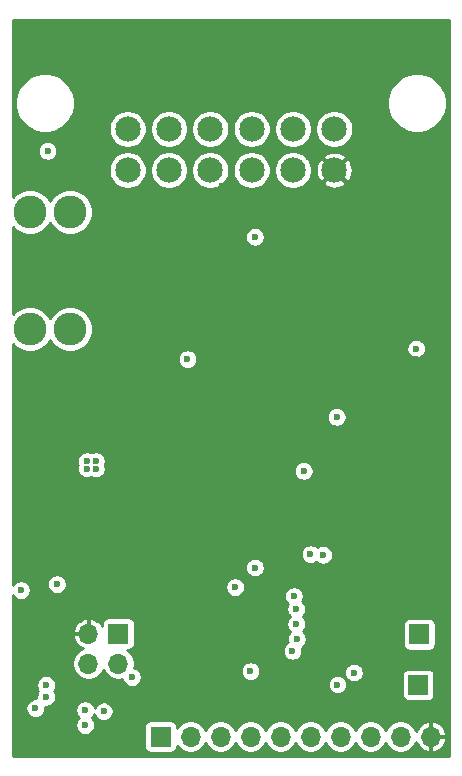
<source format=gbr>
G04 #@! TF.GenerationSoftware,KiCad,Pcbnew,(5.1.6)-1*
G04 #@! TF.CreationDate,2021-01-27T01:30:11-05:00*
G04 #@! TF.ProjectId,wideband_controller,77696465-6261-46e6-945f-636f6e74726f,rev?*
G04 #@! TF.SameCoordinates,Original*
G04 #@! TF.FileFunction,Copper,L2,Inr*
G04 #@! TF.FilePolarity,Positive*
%FSLAX46Y46*%
G04 Gerber Fmt 4.6, Leading zero omitted, Abs format (unit mm)*
G04 Created by KiCad (PCBNEW (5.1.6)-1) date 2021-01-27 01:30:11*
%MOMM*%
%LPD*%
G01*
G04 APERTURE LIST*
G04 #@! TA.AperFunction,ViaPad*
%ADD10R,1.700000X1.700000*%
G04 #@! TD*
G04 #@! TA.AperFunction,ViaPad*
%ADD11O,1.700000X1.700000*%
G04 #@! TD*
G04 #@! TA.AperFunction,ViaPad*
%ADD12C,2.150000*%
G04 #@! TD*
G04 #@! TA.AperFunction,ViaPad*
%ADD13C,2.780000*%
G04 #@! TD*
G04 #@! TA.AperFunction,ViaPad*
%ADD14C,0.700000*%
G04 #@! TD*
G04 #@! TA.AperFunction,ViaPad*
%ADD15C,0.600000*%
G04 #@! TD*
G04 #@! TA.AperFunction,Conductor*
%ADD16C,0.254000*%
G04 #@! TD*
G04 APERTURE END LIST*
D10*
X142849600Y-107086400D03*
X142938500Y-102806500D03*
D11*
X143916400Y-111455200D03*
X141376400Y-111455200D03*
X138836400Y-111455200D03*
X136296400Y-111455200D03*
X133756400Y-111455200D03*
X131216400Y-111455200D03*
X128676400Y-111455200D03*
X126136400Y-111455200D03*
X123596400Y-111455200D03*
D10*
X121056400Y-111455200D03*
D11*
X114935000Y-105283000D03*
X114935000Y-102743000D03*
X117475000Y-105283000D03*
D10*
X117475000Y-102743000D03*
D12*
X125250000Y-60000000D03*
X121750000Y-60000000D03*
X128750000Y-60000000D03*
X132250000Y-60000000D03*
X135750000Y-60000000D03*
X118250000Y-60000000D03*
X118250000Y-63500000D03*
X121750000Y-63500000D03*
X125250000Y-63500000D03*
X128750000Y-63500000D03*
X132250000Y-63500000D03*
X135750000Y-63500000D03*
D13*
X113382000Y-67042000D03*
X109982000Y-67042000D03*
X113382000Y-76962000D03*
X109982000Y-76962000D03*
D14*
X119380000Y-67564000D03*
X121920000Y-67564000D03*
X116840000Y-67564000D03*
X118618000Y-85344000D03*
X116205000Y-85344000D03*
D15*
X137858500Y-76555600D03*
X120269000Y-76136500D03*
X128397000Y-89662000D03*
X135826500Y-96075500D03*
X141414500Y-80899000D03*
X139827000Y-80137000D03*
X133985000Y-87503000D03*
X131699000Y-73025000D03*
X138988800Y-74930000D03*
X130937000Y-64770000D03*
X125222000Y-84709000D03*
X124206000Y-78740000D03*
X127203200Y-83007200D03*
X135890000Y-93789500D03*
X131127500Y-88074500D03*
X126238000Y-64833500D03*
X134556500Y-108394500D03*
X140817600Y-102235000D03*
X131699000Y-96456500D03*
X125222000Y-97637600D03*
X142240000Y-100584000D03*
X141351000Y-76708000D03*
X140335000Y-88646000D03*
X129032000Y-107950000D03*
X109321600Y-96164400D03*
X125476000Y-104902000D03*
X138328400Y-104038400D03*
X140766800Y-105562400D03*
X137350500Y-107632500D03*
X124917200Y-109626400D03*
X121564400Y-106730800D03*
X116230400Y-110540800D03*
X109347000Y-63754000D03*
X110490000Y-63754000D03*
D14*
X110363000Y-86550500D03*
X111506000Y-86614000D03*
X112649000Y-86550500D03*
D15*
X118008400Y-91440000D03*
X116840000Y-91440000D03*
X115570000Y-91440000D03*
X114300000Y-91440000D03*
X113080800Y-92303600D03*
X114300000Y-92710000D03*
X115570000Y-92710000D03*
X115570000Y-93980000D03*
X114300000Y-93980000D03*
X114300000Y-95250000D03*
X115570000Y-95250000D03*
X116840000Y-100330000D03*
X118110000Y-100330000D03*
X119380000Y-100330000D03*
X120650000Y-100330000D03*
X121920000Y-100330000D03*
X123190000Y-100330000D03*
X123190000Y-101600000D03*
X121920000Y-101600000D03*
X120650000Y-101600000D03*
X119380000Y-101600000D03*
X119380000Y-102870000D03*
X120650000Y-102870000D03*
X121920000Y-102870000D03*
X113030000Y-102870000D03*
X124460000Y-88138000D03*
X113995200Y-87325200D03*
X114046000Y-86207600D03*
X109220000Y-86360000D03*
X113792000Y-85090000D03*
X112268000Y-85090000D03*
X110744000Y-85090000D03*
X109220000Y-85090000D03*
X109270800Y-69850000D03*
X109270800Y-71120000D03*
X109270800Y-72390000D03*
X109270800Y-73660000D03*
X110490000Y-73660000D03*
X111760000Y-73660000D03*
X112928400Y-73660000D03*
X114096800Y-73660000D03*
X114096800Y-72390000D03*
X112928400Y-72390000D03*
X111760000Y-72390000D03*
X110490000Y-72390000D03*
X110490000Y-71120000D03*
X111760000Y-71120000D03*
X112928400Y-71120000D03*
X114096800Y-71120000D03*
X114096800Y-69850000D03*
X112928400Y-69850000D03*
X111760000Y-69850000D03*
X110490000Y-69850000D03*
X114300000Y-82550000D03*
X109270800Y-83820000D03*
X110388400Y-84023200D03*
X111658400Y-84023200D03*
X112928400Y-84023200D03*
X114300000Y-83820000D03*
X118516400Y-80873600D03*
X132080000Y-78740000D03*
X131508500Y-79756000D03*
X133350000Y-80010000D03*
X134620000Y-80010000D03*
X134620000Y-81280000D03*
X135890000Y-82550000D03*
X137160000Y-83820000D03*
X138430000Y-85090000D03*
X139700000Y-83820000D03*
X138430000Y-83820000D03*
X142697200Y-79502000D03*
X140970000Y-90170000D03*
X138430000Y-90424000D03*
X141224000Y-91948000D03*
X142240000Y-82804000D03*
X143510000Y-81026000D03*
X144272000Y-83312000D03*
X144424400Y-88341200D03*
X144424400Y-90360500D03*
X144475200Y-92392500D03*
X144475200Y-94424500D03*
X144424400Y-96469200D03*
X144424400Y-98450400D03*
X144475200Y-100380800D03*
X139700000Y-107696000D03*
X140970000Y-107696000D03*
X141986000Y-108712000D03*
X143256000Y-108712000D03*
X144526000Y-108712000D03*
X141414500Y-97790000D03*
X141414500Y-96266000D03*
X141414500Y-94615000D03*
X135572500Y-74485500D03*
X111760000Y-74866500D03*
X112991900Y-74739500D03*
X114096800Y-74803000D03*
X110490000Y-74739500D03*
X109283500Y-74739500D03*
X118618000Y-82397600D03*
X116459000Y-82486500D03*
X120142000Y-82296000D03*
X112166400Y-79400400D03*
X110591600Y-79857600D03*
X111252000Y-78790800D03*
X109270800Y-79057500D03*
X109270800Y-80010000D03*
X112064800Y-93573600D03*
X118618000Y-92100400D03*
X113284000Y-95961200D03*
X115925600Y-101396800D03*
X113741200Y-101396800D03*
X113741200Y-103987600D03*
X120040400Y-103936800D03*
X114655600Y-111455200D03*
X130302000Y-76504800D03*
X129997200Y-72186800D03*
X115570000Y-96570800D03*
X114300000Y-96570800D03*
X113842800Y-97485200D03*
X114858800Y-97637600D03*
X123037600Y-102717600D03*
X121259600Y-103936800D03*
X117500400Y-101142800D03*
X117449600Y-99568000D03*
X118770400Y-99568000D03*
X120040400Y-99618800D03*
X121259600Y-99618800D03*
X122580400Y-99568000D03*
X121259600Y-100990400D03*
X119938800Y-100939600D03*
X122529600Y-100939600D03*
X122478800Y-102209600D03*
X121310400Y-102209600D03*
X119989600Y-102209600D03*
X118567200Y-101142800D03*
X114909600Y-95910400D03*
X114909600Y-94640400D03*
X114909600Y-93370400D03*
X114909600Y-92100400D03*
X116281200Y-92100400D03*
X117398800Y-92100400D03*
X114960400Y-90830400D03*
X119786400Y-92202000D03*
X121005600Y-92202000D03*
X122123200Y-92202000D03*
X113233200Y-93726000D03*
X119227600Y-91440000D03*
X118618000Y-90830400D03*
X119837200Y-81280000D03*
X135890000Y-65430400D03*
X129032000Y-69151500D03*
X133159500Y-88963500D03*
X142684500Y-78613000D03*
X123317000Y-79502000D03*
X115570000Y-88773000D03*
X115570000Y-88138000D03*
X116230400Y-109321600D03*
X114808000Y-88138000D03*
X114808000Y-88773000D03*
X133731000Y-96012000D03*
X129032000Y-97155000D03*
X128651000Y-105918000D03*
X137414000Y-106045000D03*
X112268000Y-98552000D03*
X136017000Y-107061000D03*
X111353600Y-107086400D03*
X132524500Y-100647500D03*
X135953500Y-84391500D03*
X134810500Y-96075500D03*
X132334000Y-99568000D03*
X127355600Y-98806000D03*
X111353600Y-108102400D03*
X118618000Y-106426000D03*
X110439200Y-109067600D03*
X132588000Y-103187500D03*
X132207000Y-104203500D03*
X114655600Y-110490000D03*
X111483000Y-61872000D03*
X114655600Y-109220000D03*
X109220000Y-99060000D03*
X132524500Y-101917500D03*
D16*
G36*
X145491600Y-113106600D02*
G01*
X108508400Y-113106600D01*
X108508400Y-108985517D01*
X109605800Y-108985517D01*
X109605800Y-109149683D01*
X109637828Y-109310694D01*
X109700651Y-109462363D01*
X109791856Y-109598861D01*
X109907939Y-109714944D01*
X110044437Y-109806149D01*
X110196106Y-109868972D01*
X110357117Y-109901000D01*
X110521283Y-109901000D01*
X110682294Y-109868972D01*
X110833963Y-109806149D01*
X110970461Y-109714944D01*
X111086544Y-109598861D01*
X111177749Y-109462363D01*
X111240572Y-109310694D01*
X111272600Y-109149683D01*
X111272600Y-109137917D01*
X113822200Y-109137917D01*
X113822200Y-109302083D01*
X113854228Y-109463094D01*
X113917051Y-109614763D01*
X114008256Y-109751261D01*
X114111995Y-109855000D01*
X114008256Y-109958739D01*
X113917051Y-110095237D01*
X113854228Y-110246906D01*
X113822200Y-110407917D01*
X113822200Y-110572083D01*
X113854228Y-110733094D01*
X113917051Y-110884763D01*
X114008256Y-111021261D01*
X114124339Y-111137344D01*
X114260837Y-111228549D01*
X114412506Y-111291372D01*
X114573517Y-111323400D01*
X114737683Y-111323400D01*
X114898694Y-111291372D01*
X115050363Y-111228549D01*
X115186861Y-111137344D01*
X115302944Y-111021261D01*
X115394149Y-110884763D01*
X115456972Y-110733094D01*
X115482412Y-110605200D01*
X119670420Y-110605200D01*
X119670420Y-112305200D01*
X119680719Y-112409765D01*
X119711219Y-112510311D01*
X119760749Y-112602975D01*
X119827405Y-112684195D01*
X119908625Y-112750851D01*
X120001289Y-112800381D01*
X120101835Y-112830881D01*
X120206400Y-112841180D01*
X121906400Y-112841180D01*
X122010965Y-112830881D01*
X122111511Y-112800381D01*
X122204175Y-112750851D01*
X122285395Y-112684195D01*
X122352051Y-112602975D01*
X122401581Y-112510311D01*
X122432081Y-112409765D01*
X122442380Y-112305200D01*
X122442380Y-112218141D01*
X122521843Y-112337066D01*
X122714534Y-112529757D01*
X122941114Y-112681153D01*
X123192877Y-112785437D01*
X123460147Y-112838600D01*
X123732653Y-112838600D01*
X123999923Y-112785437D01*
X124251686Y-112681153D01*
X124478266Y-112529757D01*
X124670957Y-112337066D01*
X124822353Y-112110486D01*
X124866400Y-112004147D01*
X124910447Y-112110486D01*
X125061843Y-112337066D01*
X125254534Y-112529757D01*
X125481114Y-112681153D01*
X125732877Y-112785437D01*
X126000147Y-112838600D01*
X126272653Y-112838600D01*
X126539923Y-112785437D01*
X126791686Y-112681153D01*
X127018266Y-112529757D01*
X127210957Y-112337066D01*
X127362353Y-112110486D01*
X127406400Y-112004147D01*
X127450447Y-112110486D01*
X127601843Y-112337066D01*
X127794534Y-112529757D01*
X128021114Y-112681153D01*
X128272877Y-112785437D01*
X128540147Y-112838600D01*
X128812653Y-112838600D01*
X129079923Y-112785437D01*
X129331686Y-112681153D01*
X129558266Y-112529757D01*
X129750957Y-112337066D01*
X129902353Y-112110486D01*
X129946400Y-112004147D01*
X129990447Y-112110486D01*
X130141843Y-112337066D01*
X130334534Y-112529757D01*
X130561114Y-112681153D01*
X130812877Y-112785437D01*
X131080147Y-112838600D01*
X131352653Y-112838600D01*
X131619923Y-112785437D01*
X131871686Y-112681153D01*
X132098266Y-112529757D01*
X132290957Y-112337066D01*
X132442353Y-112110486D01*
X132486400Y-112004147D01*
X132530447Y-112110486D01*
X132681843Y-112337066D01*
X132874534Y-112529757D01*
X133101114Y-112681153D01*
X133352877Y-112785437D01*
X133620147Y-112838600D01*
X133892653Y-112838600D01*
X134159923Y-112785437D01*
X134411686Y-112681153D01*
X134638266Y-112529757D01*
X134830957Y-112337066D01*
X134982353Y-112110486D01*
X135026400Y-112004147D01*
X135070447Y-112110486D01*
X135221843Y-112337066D01*
X135414534Y-112529757D01*
X135641114Y-112681153D01*
X135892877Y-112785437D01*
X136160147Y-112838600D01*
X136432653Y-112838600D01*
X136699923Y-112785437D01*
X136951686Y-112681153D01*
X137178266Y-112529757D01*
X137370957Y-112337066D01*
X137522353Y-112110486D01*
X137566400Y-112004147D01*
X137610447Y-112110486D01*
X137761843Y-112337066D01*
X137954534Y-112529757D01*
X138181114Y-112681153D01*
X138432877Y-112785437D01*
X138700147Y-112838600D01*
X138972653Y-112838600D01*
X139239923Y-112785437D01*
X139491686Y-112681153D01*
X139718266Y-112529757D01*
X139910957Y-112337066D01*
X140062353Y-112110486D01*
X140106400Y-112004147D01*
X140150447Y-112110486D01*
X140301843Y-112337066D01*
X140494534Y-112529757D01*
X140721114Y-112681153D01*
X140972877Y-112785437D01*
X141240147Y-112838600D01*
X141512653Y-112838600D01*
X141779923Y-112785437D01*
X142031686Y-112681153D01*
X142258266Y-112529757D01*
X142450957Y-112337066D01*
X142602353Y-112110486D01*
X142675576Y-111933710D01*
X142684655Y-111963761D01*
X142807538Y-112194291D01*
X142973034Y-112396418D01*
X143174783Y-112562374D01*
X143405032Y-112685782D01*
X143654932Y-112761900D01*
X143657912Y-112762490D01*
X143865600Y-112666085D01*
X143865600Y-111506000D01*
X143967200Y-111506000D01*
X143967200Y-112666085D01*
X144174888Y-112762490D01*
X144177868Y-112761900D01*
X144427768Y-112685782D01*
X144658017Y-112562374D01*
X144859766Y-112396418D01*
X145025262Y-112194291D01*
X145148145Y-111963761D01*
X145223693Y-111713688D01*
X145127384Y-111506000D01*
X143967200Y-111506000D01*
X143865600Y-111506000D01*
X143845600Y-111506000D01*
X143845600Y-111404400D01*
X143865600Y-111404400D01*
X143865600Y-110244315D01*
X143967200Y-110244315D01*
X143967200Y-111404400D01*
X145127384Y-111404400D01*
X145223693Y-111196712D01*
X145148145Y-110946639D01*
X145025262Y-110716109D01*
X144859766Y-110513982D01*
X144658017Y-110348026D01*
X144427768Y-110224618D01*
X144177868Y-110148500D01*
X144174888Y-110147910D01*
X143967200Y-110244315D01*
X143865600Y-110244315D01*
X143657912Y-110147910D01*
X143654932Y-110148500D01*
X143405032Y-110224618D01*
X143174783Y-110348026D01*
X142973034Y-110513982D01*
X142807538Y-110716109D01*
X142684655Y-110946639D01*
X142675576Y-110976690D01*
X142602353Y-110799914D01*
X142450957Y-110573334D01*
X142258266Y-110380643D01*
X142031686Y-110229247D01*
X141779923Y-110124963D01*
X141512653Y-110071800D01*
X141240147Y-110071800D01*
X140972877Y-110124963D01*
X140721114Y-110229247D01*
X140494534Y-110380643D01*
X140301843Y-110573334D01*
X140150447Y-110799914D01*
X140106400Y-110906253D01*
X140062353Y-110799914D01*
X139910957Y-110573334D01*
X139718266Y-110380643D01*
X139491686Y-110229247D01*
X139239923Y-110124963D01*
X138972653Y-110071800D01*
X138700147Y-110071800D01*
X138432877Y-110124963D01*
X138181114Y-110229247D01*
X137954534Y-110380643D01*
X137761843Y-110573334D01*
X137610447Y-110799914D01*
X137566400Y-110906253D01*
X137522353Y-110799914D01*
X137370957Y-110573334D01*
X137178266Y-110380643D01*
X136951686Y-110229247D01*
X136699923Y-110124963D01*
X136432653Y-110071800D01*
X136160147Y-110071800D01*
X135892877Y-110124963D01*
X135641114Y-110229247D01*
X135414534Y-110380643D01*
X135221843Y-110573334D01*
X135070447Y-110799914D01*
X135026400Y-110906253D01*
X134982353Y-110799914D01*
X134830957Y-110573334D01*
X134638266Y-110380643D01*
X134411686Y-110229247D01*
X134159923Y-110124963D01*
X133892653Y-110071800D01*
X133620147Y-110071800D01*
X133352877Y-110124963D01*
X133101114Y-110229247D01*
X132874534Y-110380643D01*
X132681843Y-110573334D01*
X132530447Y-110799914D01*
X132486400Y-110906253D01*
X132442353Y-110799914D01*
X132290957Y-110573334D01*
X132098266Y-110380643D01*
X131871686Y-110229247D01*
X131619923Y-110124963D01*
X131352653Y-110071800D01*
X131080147Y-110071800D01*
X130812877Y-110124963D01*
X130561114Y-110229247D01*
X130334534Y-110380643D01*
X130141843Y-110573334D01*
X129990447Y-110799914D01*
X129946400Y-110906253D01*
X129902353Y-110799914D01*
X129750957Y-110573334D01*
X129558266Y-110380643D01*
X129331686Y-110229247D01*
X129079923Y-110124963D01*
X128812653Y-110071800D01*
X128540147Y-110071800D01*
X128272877Y-110124963D01*
X128021114Y-110229247D01*
X127794534Y-110380643D01*
X127601843Y-110573334D01*
X127450447Y-110799914D01*
X127406400Y-110906253D01*
X127362353Y-110799914D01*
X127210957Y-110573334D01*
X127018266Y-110380643D01*
X126791686Y-110229247D01*
X126539923Y-110124963D01*
X126272653Y-110071800D01*
X126000147Y-110071800D01*
X125732877Y-110124963D01*
X125481114Y-110229247D01*
X125254534Y-110380643D01*
X125061843Y-110573334D01*
X124910447Y-110799914D01*
X124866400Y-110906253D01*
X124822353Y-110799914D01*
X124670957Y-110573334D01*
X124478266Y-110380643D01*
X124251686Y-110229247D01*
X123999923Y-110124963D01*
X123732653Y-110071800D01*
X123460147Y-110071800D01*
X123192877Y-110124963D01*
X122941114Y-110229247D01*
X122714534Y-110380643D01*
X122521843Y-110573334D01*
X122442380Y-110692259D01*
X122442380Y-110605200D01*
X122432081Y-110500635D01*
X122401581Y-110400089D01*
X122352051Y-110307425D01*
X122285395Y-110226205D01*
X122204175Y-110159549D01*
X122111511Y-110110019D01*
X122010965Y-110079519D01*
X121906400Y-110069220D01*
X120206400Y-110069220D01*
X120101835Y-110079519D01*
X120001289Y-110110019D01*
X119908625Y-110159549D01*
X119827405Y-110226205D01*
X119760749Y-110307425D01*
X119711219Y-110400089D01*
X119680719Y-110500635D01*
X119670420Y-110605200D01*
X115482412Y-110605200D01*
X115489000Y-110572083D01*
X115489000Y-110407917D01*
X115456972Y-110246906D01*
X115394149Y-110095237D01*
X115302944Y-109958739D01*
X115199205Y-109855000D01*
X115302944Y-109751261D01*
X115394149Y-109614763D01*
X115424441Y-109541632D01*
X115429028Y-109564694D01*
X115491851Y-109716363D01*
X115583056Y-109852861D01*
X115699139Y-109968944D01*
X115835637Y-110060149D01*
X115987306Y-110122972D01*
X116148317Y-110155000D01*
X116312483Y-110155000D01*
X116473494Y-110122972D01*
X116625163Y-110060149D01*
X116761661Y-109968944D01*
X116877744Y-109852861D01*
X116968949Y-109716363D01*
X117031772Y-109564694D01*
X117063800Y-109403683D01*
X117063800Y-109239517D01*
X117031772Y-109078506D01*
X116968949Y-108926837D01*
X116877744Y-108790339D01*
X116761661Y-108674256D01*
X116625163Y-108583051D01*
X116473494Y-108520228D01*
X116312483Y-108488200D01*
X116148317Y-108488200D01*
X115987306Y-108520228D01*
X115835637Y-108583051D01*
X115699139Y-108674256D01*
X115583056Y-108790339D01*
X115491851Y-108926837D01*
X115461559Y-108999968D01*
X115456972Y-108976906D01*
X115394149Y-108825237D01*
X115302944Y-108688739D01*
X115186861Y-108572656D01*
X115050363Y-108481451D01*
X114898694Y-108418628D01*
X114737683Y-108386600D01*
X114573517Y-108386600D01*
X114412506Y-108418628D01*
X114260837Y-108481451D01*
X114124339Y-108572656D01*
X114008256Y-108688739D01*
X113917051Y-108825237D01*
X113854228Y-108976906D01*
X113822200Y-109137917D01*
X111272600Y-109137917D01*
X111272600Y-108985517D01*
X111262348Y-108933976D01*
X111271517Y-108935800D01*
X111435683Y-108935800D01*
X111596694Y-108903772D01*
X111748363Y-108840949D01*
X111884861Y-108749744D01*
X112000944Y-108633661D01*
X112092149Y-108497163D01*
X112154972Y-108345494D01*
X112187000Y-108184483D01*
X112187000Y-108020317D01*
X112154972Y-107859306D01*
X112092149Y-107707637D01*
X112016486Y-107594400D01*
X112092149Y-107481163D01*
X112154972Y-107329494D01*
X112187000Y-107168483D01*
X112187000Y-107004317D01*
X112154972Y-106843306D01*
X112092149Y-106691637D01*
X112000944Y-106555139D01*
X111884861Y-106439056D01*
X111748363Y-106347851D01*
X111596694Y-106285028D01*
X111435683Y-106253000D01*
X111271517Y-106253000D01*
X111110506Y-106285028D01*
X110958837Y-106347851D01*
X110822339Y-106439056D01*
X110706256Y-106555139D01*
X110615051Y-106691637D01*
X110552228Y-106843306D01*
X110520200Y-107004317D01*
X110520200Y-107168483D01*
X110552228Y-107329494D01*
X110615051Y-107481163D01*
X110690714Y-107594400D01*
X110615051Y-107707637D01*
X110552228Y-107859306D01*
X110520200Y-108020317D01*
X110520200Y-108184483D01*
X110530452Y-108236024D01*
X110521283Y-108234200D01*
X110357117Y-108234200D01*
X110196106Y-108266228D01*
X110044437Y-108329051D01*
X109907939Y-108420256D01*
X109791856Y-108536339D01*
X109700651Y-108672837D01*
X109637828Y-108824506D01*
X109605800Y-108985517D01*
X108508400Y-108985517D01*
X108508400Y-105146747D01*
X113551600Y-105146747D01*
X113551600Y-105419253D01*
X113604763Y-105686523D01*
X113709047Y-105938286D01*
X113860443Y-106164866D01*
X114053134Y-106357557D01*
X114279714Y-106508953D01*
X114531477Y-106613237D01*
X114798747Y-106666400D01*
X115071253Y-106666400D01*
X115338523Y-106613237D01*
X115590286Y-106508953D01*
X115816866Y-106357557D01*
X116009557Y-106164866D01*
X116160953Y-105938286D01*
X116205000Y-105831947D01*
X116249047Y-105938286D01*
X116400443Y-106164866D01*
X116593134Y-106357557D01*
X116819714Y-106508953D01*
X117071477Y-106613237D01*
X117338747Y-106666400D01*
X117611253Y-106666400D01*
X117808296Y-106627206D01*
X117816628Y-106669094D01*
X117879451Y-106820763D01*
X117970656Y-106957261D01*
X118086739Y-107073344D01*
X118223237Y-107164549D01*
X118374906Y-107227372D01*
X118535917Y-107259400D01*
X118700083Y-107259400D01*
X118861094Y-107227372D01*
X119012763Y-107164549D01*
X119149261Y-107073344D01*
X119243688Y-106978917D01*
X135183600Y-106978917D01*
X135183600Y-107143083D01*
X135215628Y-107304094D01*
X135278451Y-107455763D01*
X135369656Y-107592261D01*
X135485739Y-107708344D01*
X135622237Y-107799549D01*
X135773906Y-107862372D01*
X135934917Y-107894400D01*
X136099083Y-107894400D01*
X136260094Y-107862372D01*
X136411763Y-107799549D01*
X136548261Y-107708344D01*
X136664344Y-107592261D01*
X136755549Y-107455763D01*
X136818372Y-107304094D01*
X136850400Y-107143083D01*
X136850400Y-106978917D01*
X136818372Y-106817906D01*
X136755549Y-106666237D01*
X136664344Y-106529739D01*
X136548261Y-106413656D01*
X136411763Y-106322451D01*
X136260094Y-106259628D01*
X136099083Y-106227600D01*
X135934917Y-106227600D01*
X135773906Y-106259628D01*
X135622237Y-106322451D01*
X135485739Y-106413656D01*
X135369656Y-106529739D01*
X135278451Y-106666237D01*
X135215628Y-106817906D01*
X135183600Y-106978917D01*
X119243688Y-106978917D01*
X119265344Y-106957261D01*
X119356549Y-106820763D01*
X119419372Y-106669094D01*
X119451400Y-106508083D01*
X119451400Y-106343917D01*
X119419372Y-106182906D01*
X119356549Y-106031237D01*
X119265344Y-105894739D01*
X119206522Y-105835917D01*
X127817600Y-105835917D01*
X127817600Y-106000083D01*
X127849628Y-106161094D01*
X127912451Y-106312763D01*
X128003656Y-106449261D01*
X128119739Y-106565344D01*
X128256237Y-106656549D01*
X128407906Y-106719372D01*
X128568917Y-106751400D01*
X128733083Y-106751400D01*
X128894094Y-106719372D01*
X129045763Y-106656549D01*
X129182261Y-106565344D01*
X129298344Y-106449261D01*
X129389549Y-106312763D01*
X129452372Y-106161094D01*
X129484400Y-106000083D01*
X129484400Y-105962917D01*
X136580600Y-105962917D01*
X136580600Y-106127083D01*
X136612628Y-106288094D01*
X136675451Y-106439763D01*
X136766656Y-106576261D01*
X136882739Y-106692344D01*
X137019237Y-106783549D01*
X137170906Y-106846372D01*
X137331917Y-106878400D01*
X137496083Y-106878400D01*
X137657094Y-106846372D01*
X137808763Y-106783549D01*
X137945261Y-106692344D01*
X138061344Y-106576261D01*
X138152549Y-106439763D01*
X138215372Y-106288094D01*
X138225654Y-106236400D01*
X141463620Y-106236400D01*
X141463620Y-107936400D01*
X141473919Y-108040965D01*
X141504419Y-108141511D01*
X141553949Y-108234175D01*
X141620605Y-108315395D01*
X141701825Y-108382051D01*
X141794489Y-108431581D01*
X141895035Y-108462081D01*
X141999600Y-108472380D01*
X143699600Y-108472380D01*
X143804165Y-108462081D01*
X143904711Y-108431581D01*
X143997375Y-108382051D01*
X144078595Y-108315395D01*
X144145251Y-108234175D01*
X144194781Y-108141511D01*
X144225281Y-108040965D01*
X144235580Y-107936400D01*
X144235580Y-106236400D01*
X144225281Y-106131835D01*
X144194781Y-106031289D01*
X144145251Y-105938625D01*
X144078595Y-105857405D01*
X143997375Y-105790749D01*
X143904711Y-105741219D01*
X143804165Y-105710719D01*
X143699600Y-105700420D01*
X141999600Y-105700420D01*
X141895035Y-105710719D01*
X141794489Y-105741219D01*
X141701825Y-105790749D01*
X141620605Y-105857405D01*
X141553949Y-105938625D01*
X141504419Y-106031289D01*
X141473919Y-106131835D01*
X141463620Y-106236400D01*
X138225654Y-106236400D01*
X138247400Y-106127083D01*
X138247400Y-105962917D01*
X138215372Y-105801906D01*
X138152549Y-105650237D01*
X138061344Y-105513739D01*
X137945261Y-105397656D01*
X137808763Y-105306451D01*
X137657094Y-105243628D01*
X137496083Y-105211600D01*
X137331917Y-105211600D01*
X137170906Y-105243628D01*
X137019237Y-105306451D01*
X136882739Y-105397656D01*
X136766656Y-105513739D01*
X136675451Y-105650237D01*
X136612628Y-105801906D01*
X136580600Y-105962917D01*
X129484400Y-105962917D01*
X129484400Y-105835917D01*
X129452372Y-105674906D01*
X129389549Y-105523237D01*
X129298344Y-105386739D01*
X129182261Y-105270656D01*
X129045763Y-105179451D01*
X128894094Y-105116628D01*
X128733083Y-105084600D01*
X128568917Y-105084600D01*
X128407906Y-105116628D01*
X128256237Y-105179451D01*
X128119739Y-105270656D01*
X128003656Y-105386739D01*
X127912451Y-105523237D01*
X127849628Y-105674906D01*
X127817600Y-105835917D01*
X119206522Y-105835917D01*
X119149261Y-105778656D01*
X119012763Y-105687451D01*
X118861094Y-105624628D01*
X118819206Y-105616296D01*
X118858400Y-105419253D01*
X118858400Y-105146747D01*
X118805237Y-104879477D01*
X118700953Y-104627714D01*
X118549557Y-104401134D01*
X118356866Y-104208443D01*
X118237941Y-104128980D01*
X118325000Y-104128980D01*
X118401786Y-104121417D01*
X131373600Y-104121417D01*
X131373600Y-104285583D01*
X131405628Y-104446594D01*
X131468451Y-104598263D01*
X131559656Y-104734761D01*
X131675739Y-104850844D01*
X131812237Y-104942049D01*
X131963906Y-105004872D01*
X132124917Y-105036900D01*
X132289083Y-105036900D01*
X132450094Y-105004872D01*
X132601763Y-104942049D01*
X132738261Y-104850844D01*
X132854344Y-104734761D01*
X132945549Y-104598263D01*
X133008372Y-104446594D01*
X133040400Y-104285583D01*
X133040400Y-104121417D01*
X133008372Y-103960406D01*
X132991675Y-103920095D01*
X133119261Y-103834844D01*
X133235344Y-103718761D01*
X133326549Y-103582263D01*
X133389372Y-103430594D01*
X133421400Y-103269583D01*
X133421400Y-103105417D01*
X133389372Y-102944406D01*
X133326549Y-102792737D01*
X133235344Y-102656239D01*
X133119261Y-102540156D01*
X133095995Y-102524610D01*
X133171844Y-102448761D01*
X133263049Y-102312263D01*
X133325872Y-102160594D01*
X133357900Y-101999583D01*
X133357900Y-101956500D01*
X141552520Y-101956500D01*
X141552520Y-103656500D01*
X141562819Y-103761065D01*
X141593319Y-103861611D01*
X141642849Y-103954275D01*
X141709505Y-104035495D01*
X141790725Y-104102151D01*
X141883389Y-104151681D01*
X141983935Y-104182181D01*
X142088500Y-104192480D01*
X143788500Y-104192480D01*
X143893065Y-104182181D01*
X143993611Y-104151681D01*
X144086275Y-104102151D01*
X144167495Y-104035495D01*
X144234151Y-103954275D01*
X144283681Y-103861611D01*
X144314181Y-103761065D01*
X144324480Y-103656500D01*
X144324480Y-101956500D01*
X144314181Y-101851935D01*
X144283681Y-101751389D01*
X144234151Y-101658725D01*
X144167495Y-101577505D01*
X144086275Y-101510849D01*
X143993611Y-101461319D01*
X143893065Y-101430819D01*
X143788500Y-101420520D01*
X142088500Y-101420520D01*
X141983935Y-101430819D01*
X141883389Y-101461319D01*
X141790725Y-101510849D01*
X141709505Y-101577505D01*
X141642849Y-101658725D01*
X141593319Y-101751389D01*
X141562819Y-101851935D01*
X141552520Y-101956500D01*
X133357900Y-101956500D01*
X133357900Y-101835417D01*
X133325872Y-101674406D01*
X133263049Y-101522737D01*
X133171844Y-101386239D01*
X133068105Y-101282500D01*
X133171844Y-101178761D01*
X133263049Y-101042263D01*
X133325872Y-100890594D01*
X133357900Y-100729583D01*
X133357900Y-100565417D01*
X133325872Y-100404406D01*
X133263049Y-100252737D01*
X133171844Y-100116239D01*
X133055761Y-100000156D01*
X133050094Y-99996369D01*
X133072549Y-99962763D01*
X133135372Y-99811094D01*
X133167400Y-99650083D01*
X133167400Y-99485917D01*
X133135372Y-99324906D01*
X133072549Y-99173237D01*
X132981344Y-99036739D01*
X132865261Y-98920656D01*
X132728763Y-98829451D01*
X132577094Y-98766628D01*
X132416083Y-98734600D01*
X132251917Y-98734600D01*
X132090906Y-98766628D01*
X131939237Y-98829451D01*
X131802739Y-98920656D01*
X131686656Y-99036739D01*
X131595451Y-99173237D01*
X131532628Y-99324906D01*
X131500600Y-99485917D01*
X131500600Y-99650083D01*
X131532628Y-99811094D01*
X131595451Y-99962763D01*
X131686656Y-100099261D01*
X131802739Y-100215344D01*
X131808406Y-100219131D01*
X131785951Y-100252737D01*
X131723128Y-100404406D01*
X131691100Y-100565417D01*
X131691100Y-100729583D01*
X131723128Y-100890594D01*
X131785951Y-101042263D01*
X131877156Y-101178761D01*
X131980895Y-101282500D01*
X131877156Y-101386239D01*
X131785951Y-101522737D01*
X131723128Y-101674406D01*
X131691100Y-101835417D01*
X131691100Y-101999583D01*
X131723128Y-102160594D01*
X131785951Y-102312263D01*
X131877156Y-102448761D01*
X131993239Y-102564844D01*
X132016505Y-102580390D01*
X131940656Y-102656239D01*
X131849451Y-102792737D01*
X131786628Y-102944406D01*
X131754600Y-103105417D01*
X131754600Y-103269583D01*
X131786628Y-103430594D01*
X131803325Y-103470905D01*
X131675739Y-103556156D01*
X131559656Y-103672239D01*
X131468451Y-103808737D01*
X131405628Y-103960406D01*
X131373600Y-104121417D01*
X118401786Y-104121417D01*
X118429565Y-104118681D01*
X118530111Y-104088181D01*
X118622775Y-104038651D01*
X118703995Y-103971995D01*
X118770651Y-103890775D01*
X118820181Y-103798111D01*
X118850681Y-103697565D01*
X118860980Y-103593000D01*
X118860980Y-101893000D01*
X118850681Y-101788435D01*
X118820181Y-101687889D01*
X118770651Y-101595225D01*
X118703995Y-101514005D01*
X118622775Y-101447349D01*
X118530111Y-101397819D01*
X118429565Y-101367319D01*
X118325000Y-101357020D01*
X116625000Y-101357020D01*
X116520435Y-101367319D01*
X116419889Y-101397819D01*
X116327225Y-101447349D01*
X116246005Y-101514005D01*
X116179349Y-101595225D01*
X116129819Y-101687889D01*
X116099319Y-101788435D01*
X116089020Y-101893000D01*
X116089020Y-102088626D01*
X116043862Y-102003909D01*
X115878366Y-101801782D01*
X115676617Y-101635826D01*
X115446368Y-101512418D01*
X115196468Y-101436300D01*
X115193488Y-101435710D01*
X114985800Y-101532115D01*
X114985800Y-102692200D01*
X115005800Y-102692200D01*
X115005800Y-102793800D01*
X114985800Y-102793800D01*
X114985800Y-102813800D01*
X114884200Y-102813800D01*
X114884200Y-102793800D01*
X113724016Y-102793800D01*
X113627707Y-103001488D01*
X113703255Y-103251561D01*
X113826138Y-103482091D01*
X113991634Y-103684218D01*
X114193383Y-103850174D01*
X114423632Y-103973582D01*
X114456815Y-103983689D01*
X114279714Y-104057047D01*
X114053134Y-104208443D01*
X113860443Y-104401134D01*
X113709047Y-104627714D01*
X113604763Y-104879477D01*
X113551600Y-105146747D01*
X108508400Y-105146747D01*
X108508400Y-102484512D01*
X113627707Y-102484512D01*
X113724016Y-102692200D01*
X114884200Y-102692200D01*
X114884200Y-101532115D01*
X114676512Y-101435710D01*
X114673532Y-101436300D01*
X114423632Y-101512418D01*
X114193383Y-101635826D01*
X113991634Y-101801782D01*
X113826138Y-102003909D01*
X113703255Y-102234439D01*
X113627707Y-102484512D01*
X108508400Y-102484512D01*
X108508400Y-99495095D01*
X108572656Y-99591261D01*
X108688739Y-99707344D01*
X108825237Y-99798549D01*
X108976906Y-99861372D01*
X109137917Y-99893400D01*
X109302083Y-99893400D01*
X109463094Y-99861372D01*
X109614763Y-99798549D01*
X109751261Y-99707344D01*
X109867344Y-99591261D01*
X109958549Y-99454763D01*
X110021372Y-99303094D01*
X110053400Y-99142083D01*
X110053400Y-98977917D01*
X110021372Y-98816906D01*
X109958549Y-98665237D01*
X109867344Y-98528739D01*
X109808522Y-98469917D01*
X111434600Y-98469917D01*
X111434600Y-98634083D01*
X111466628Y-98795094D01*
X111529451Y-98946763D01*
X111620656Y-99083261D01*
X111736739Y-99199344D01*
X111873237Y-99290549D01*
X112024906Y-99353372D01*
X112185917Y-99385400D01*
X112350083Y-99385400D01*
X112511094Y-99353372D01*
X112662763Y-99290549D01*
X112799261Y-99199344D01*
X112915344Y-99083261D01*
X113006549Y-98946763D01*
X113069372Y-98795094D01*
X113083530Y-98723917D01*
X126522200Y-98723917D01*
X126522200Y-98888083D01*
X126554228Y-99049094D01*
X126617051Y-99200763D01*
X126708256Y-99337261D01*
X126824339Y-99453344D01*
X126960837Y-99544549D01*
X127112506Y-99607372D01*
X127273517Y-99639400D01*
X127437683Y-99639400D01*
X127598694Y-99607372D01*
X127750363Y-99544549D01*
X127886861Y-99453344D01*
X128002944Y-99337261D01*
X128094149Y-99200763D01*
X128156972Y-99049094D01*
X128189000Y-98888083D01*
X128189000Y-98723917D01*
X128156972Y-98562906D01*
X128094149Y-98411237D01*
X128002944Y-98274739D01*
X127886861Y-98158656D01*
X127750363Y-98067451D01*
X127598694Y-98004628D01*
X127437683Y-97972600D01*
X127273517Y-97972600D01*
X127112506Y-98004628D01*
X126960837Y-98067451D01*
X126824339Y-98158656D01*
X126708256Y-98274739D01*
X126617051Y-98411237D01*
X126554228Y-98562906D01*
X126522200Y-98723917D01*
X113083530Y-98723917D01*
X113101400Y-98634083D01*
X113101400Y-98469917D01*
X113069372Y-98308906D01*
X113006549Y-98157237D01*
X112915344Y-98020739D01*
X112799261Y-97904656D01*
X112662763Y-97813451D01*
X112511094Y-97750628D01*
X112350083Y-97718600D01*
X112185917Y-97718600D01*
X112024906Y-97750628D01*
X111873237Y-97813451D01*
X111736739Y-97904656D01*
X111620656Y-98020739D01*
X111529451Y-98157237D01*
X111466628Y-98308906D01*
X111434600Y-98469917D01*
X109808522Y-98469917D01*
X109751261Y-98412656D01*
X109614763Y-98321451D01*
X109463094Y-98258628D01*
X109302083Y-98226600D01*
X109137917Y-98226600D01*
X108976906Y-98258628D01*
X108825237Y-98321451D01*
X108688739Y-98412656D01*
X108572656Y-98528739D01*
X108508400Y-98624905D01*
X108508400Y-97072917D01*
X128198600Y-97072917D01*
X128198600Y-97237083D01*
X128230628Y-97398094D01*
X128293451Y-97549763D01*
X128384656Y-97686261D01*
X128500739Y-97802344D01*
X128637237Y-97893549D01*
X128788906Y-97956372D01*
X128949917Y-97988400D01*
X129114083Y-97988400D01*
X129275094Y-97956372D01*
X129426763Y-97893549D01*
X129563261Y-97802344D01*
X129679344Y-97686261D01*
X129770549Y-97549763D01*
X129833372Y-97398094D01*
X129865400Y-97237083D01*
X129865400Y-97072917D01*
X129833372Y-96911906D01*
X129770549Y-96760237D01*
X129679344Y-96623739D01*
X129563261Y-96507656D01*
X129426763Y-96416451D01*
X129275094Y-96353628D01*
X129114083Y-96321600D01*
X128949917Y-96321600D01*
X128788906Y-96353628D01*
X128637237Y-96416451D01*
X128500739Y-96507656D01*
X128384656Y-96623739D01*
X128293451Y-96760237D01*
X128230628Y-96911906D01*
X128198600Y-97072917D01*
X108508400Y-97072917D01*
X108508400Y-95929917D01*
X132897600Y-95929917D01*
X132897600Y-96094083D01*
X132929628Y-96255094D01*
X132992451Y-96406763D01*
X133083656Y-96543261D01*
X133199739Y-96659344D01*
X133336237Y-96750549D01*
X133487906Y-96813372D01*
X133648917Y-96845400D01*
X133813083Y-96845400D01*
X133974094Y-96813372D01*
X134125763Y-96750549D01*
X134234373Y-96677978D01*
X134279239Y-96722844D01*
X134415737Y-96814049D01*
X134567406Y-96876872D01*
X134728417Y-96908900D01*
X134892583Y-96908900D01*
X135053594Y-96876872D01*
X135205263Y-96814049D01*
X135341761Y-96722844D01*
X135457844Y-96606761D01*
X135549049Y-96470263D01*
X135611872Y-96318594D01*
X135643900Y-96157583D01*
X135643900Y-95993417D01*
X135611872Y-95832406D01*
X135549049Y-95680737D01*
X135457844Y-95544239D01*
X135341761Y-95428156D01*
X135205263Y-95336951D01*
X135053594Y-95274128D01*
X134892583Y-95242100D01*
X134728417Y-95242100D01*
X134567406Y-95274128D01*
X134415737Y-95336951D01*
X134307127Y-95409522D01*
X134262261Y-95364656D01*
X134125763Y-95273451D01*
X133974094Y-95210628D01*
X133813083Y-95178600D01*
X133648917Y-95178600D01*
X133487906Y-95210628D01*
X133336237Y-95273451D01*
X133199739Y-95364656D01*
X133083656Y-95480739D01*
X132992451Y-95617237D01*
X132929628Y-95768906D01*
X132897600Y-95929917D01*
X108508400Y-95929917D01*
X108508400Y-88055917D01*
X113974600Y-88055917D01*
X113974600Y-88220083D01*
X114006628Y-88381094D01*
X114037448Y-88455500D01*
X114006628Y-88529906D01*
X113974600Y-88690917D01*
X113974600Y-88855083D01*
X114006628Y-89016094D01*
X114069451Y-89167763D01*
X114160656Y-89304261D01*
X114276739Y-89420344D01*
X114413237Y-89511549D01*
X114564906Y-89574372D01*
X114725917Y-89606400D01*
X114890083Y-89606400D01*
X115051094Y-89574372D01*
X115189000Y-89517250D01*
X115326906Y-89574372D01*
X115487917Y-89606400D01*
X115652083Y-89606400D01*
X115813094Y-89574372D01*
X115964763Y-89511549D01*
X116101261Y-89420344D01*
X116217344Y-89304261D01*
X116308549Y-89167763D01*
X116371372Y-89016094D01*
X116398161Y-88881417D01*
X132326100Y-88881417D01*
X132326100Y-89045583D01*
X132358128Y-89206594D01*
X132420951Y-89358263D01*
X132512156Y-89494761D01*
X132628239Y-89610844D01*
X132764737Y-89702049D01*
X132916406Y-89764872D01*
X133077417Y-89796900D01*
X133241583Y-89796900D01*
X133402594Y-89764872D01*
X133554263Y-89702049D01*
X133690761Y-89610844D01*
X133806844Y-89494761D01*
X133898049Y-89358263D01*
X133960872Y-89206594D01*
X133992900Y-89045583D01*
X133992900Y-88881417D01*
X133960872Y-88720406D01*
X133898049Y-88568737D01*
X133806844Y-88432239D01*
X133690761Y-88316156D01*
X133554263Y-88224951D01*
X133402594Y-88162128D01*
X133241583Y-88130100D01*
X133077417Y-88130100D01*
X132916406Y-88162128D01*
X132764737Y-88224951D01*
X132628239Y-88316156D01*
X132512156Y-88432239D01*
X132420951Y-88568737D01*
X132358128Y-88720406D01*
X132326100Y-88881417D01*
X116398161Y-88881417D01*
X116403400Y-88855083D01*
X116403400Y-88690917D01*
X116371372Y-88529906D01*
X116340552Y-88455500D01*
X116371372Y-88381094D01*
X116403400Y-88220083D01*
X116403400Y-88055917D01*
X116371372Y-87894906D01*
X116308549Y-87743237D01*
X116217344Y-87606739D01*
X116101261Y-87490656D01*
X115964763Y-87399451D01*
X115813094Y-87336628D01*
X115652083Y-87304600D01*
X115487917Y-87304600D01*
X115326906Y-87336628D01*
X115189000Y-87393750D01*
X115051094Y-87336628D01*
X114890083Y-87304600D01*
X114725917Y-87304600D01*
X114564906Y-87336628D01*
X114413237Y-87399451D01*
X114276739Y-87490656D01*
X114160656Y-87606739D01*
X114069451Y-87743237D01*
X114006628Y-87894906D01*
X113974600Y-88055917D01*
X108508400Y-88055917D01*
X108508400Y-84309417D01*
X135120100Y-84309417D01*
X135120100Y-84473583D01*
X135152128Y-84634594D01*
X135214951Y-84786263D01*
X135306156Y-84922761D01*
X135422239Y-85038844D01*
X135558737Y-85130049D01*
X135710406Y-85192872D01*
X135871417Y-85224900D01*
X136035583Y-85224900D01*
X136196594Y-85192872D01*
X136348263Y-85130049D01*
X136484761Y-85038844D01*
X136600844Y-84922761D01*
X136692049Y-84786263D01*
X136754872Y-84634594D01*
X136786900Y-84473583D01*
X136786900Y-84309417D01*
X136754872Y-84148406D01*
X136692049Y-83996737D01*
X136600844Y-83860239D01*
X136484761Y-83744156D01*
X136348263Y-83652951D01*
X136196594Y-83590128D01*
X136035583Y-83558100D01*
X135871417Y-83558100D01*
X135710406Y-83590128D01*
X135558737Y-83652951D01*
X135422239Y-83744156D01*
X135306156Y-83860239D01*
X135214951Y-83996737D01*
X135152128Y-84148406D01*
X135120100Y-84309417D01*
X108508400Y-84309417D01*
X108508400Y-79419917D01*
X122483600Y-79419917D01*
X122483600Y-79584083D01*
X122515628Y-79745094D01*
X122578451Y-79896763D01*
X122669656Y-80033261D01*
X122785739Y-80149344D01*
X122922237Y-80240549D01*
X123073906Y-80303372D01*
X123234917Y-80335400D01*
X123399083Y-80335400D01*
X123560094Y-80303372D01*
X123711763Y-80240549D01*
X123848261Y-80149344D01*
X123964344Y-80033261D01*
X124055549Y-79896763D01*
X124118372Y-79745094D01*
X124150400Y-79584083D01*
X124150400Y-79419917D01*
X124118372Y-79258906D01*
X124055549Y-79107237D01*
X123964344Y-78970739D01*
X123848261Y-78854656D01*
X123711763Y-78763451D01*
X123560094Y-78700628D01*
X123399083Y-78668600D01*
X123234917Y-78668600D01*
X123073906Y-78700628D01*
X122922237Y-78763451D01*
X122785739Y-78854656D01*
X122669656Y-78970739D01*
X122578451Y-79107237D01*
X122515628Y-79258906D01*
X122483600Y-79419917D01*
X108508400Y-79419917D01*
X108508400Y-78208499D01*
X108755904Y-78456003D01*
X109070928Y-78666495D01*
X109420965Y-78811485D01*
X109792562Y-78885400D01*
X110171438Y-78885400D01*
X110543035Y-78811485D01*
X110893072Y-78666495D01*
X111208096Y-78456003D01*
X111476003Y-78188096D01*
X111682000Y-77879799D01*
X111887997Y-78188096D01*
X112155904Y-78456003D01*
X112470928Y-78666495D01*
X112820965Y-78811485D01*
X113192562Y-78885400D01*
X113571438Y-78885400D01*
X113943035Y-78811485D01*
X114293072Y-78666495D01*
X114495979Y-78530917D01*
X141851100Y-78530917D01*
X141851100Y-78695083D01*
X141883128Y-78856094D01*
X141945951Y-79007763D01*
X142037156Y-79144261D01*
X142153239Y-79260344D01*
X142289737Y-79351549D01*
X142441406Y-79414372D01*
X142602417Y-79446400D01*
X142766583Y-79446400D01*
X142927594Y-79414372D01*
X143079263Y-79351549D01*
X143215761Y-79260344D01*
X143331844Y-79144261D01*
X143423049Y-79007763D01*
X143485872Y-78856094D01*
X143517900Y-78695083D01*
X143517900Y-78530917D01*
X143485872Y-78369906D01*
X143423049Y-78218237D01*
X143331844Y-78081739D01*
X143215761Y-77965656D01*
X143079263Y-77874451D01*
X142927594Y-77811628D01*
X142766583Y-77779600D01*
X142602417Y-77779600D01*
X142441406Y-77811628D01*
X142289737Y-77874451D01*
X142153239Y-77965656D01*
X142037156Y-78081739D01*
X141945951Y-78218237D01*
X141883128Y-78369906D01*
X141851100Y-78530917D01*
X114495979Y-78530917D01*
X114608096Y-78456003D01*
X114876003Y-78188096D01*
X115086495Y-77873072D01*
X115231485Y-77523035D01*
X115305400Y-77151438D01*
X115305400Y-76772562D01*
X115231485Y-76400965D01*
X115086495Y-76050928D01*
X114876003Y-75735904D01*
X114608096Y-75467997D01*
X114293072Y-75257505D01*
X113943035Y-75112515D01*
X113571438Y-75038600D01*
X113192562Y-75038600D01*
X112820965Y-75112515D01*
X112470928Y-75257505D01*
X112155904Y-75467997D01*
X111887997Y-75735904D01*
X111682000Y-76044201D01*
X111476003Y-75735904D01*
X111208096Y-75467997D01*
X110893072Y-75257505D01*
X110543035Y-75112515D01*
X110171438Y-75038600D01*
X109792562Y-75038600D01*
X109420965Y-75112515D01*
X109070928Y-75257505D01*
X108755904Y-75467997D01*
X108508400Y-75715501D01*
X108508400Y-69069417D01*
X128198600Y-69069417D01*
X128198600Y-69233583D01*
X128230628Y-69394594D01*
X128293451Y-69546263D01*
X128384656Y-69682761D01*
X128500739Y-69798844D01*
X128637237Y-69890049D01*
X128788906Y-69952872D01*
X128949917Y-69984900D01*
X129114083Y-69984900D01*
X129275094Y-69952872D01*
X129426763Y-69890049D01*
X129563261Y-69798844D01*
X129679344Y-69682761D01*
X129770549Y-69546263D01*
X129833372Y-69394594D01*
X129865400Y-69233583D01*
X129865400Y-69069417D01*
X129833372Y-68908406D01*
X129770549Y-68756737D01*
X129679344Y-68620239D01*
X129563261Y-68504156D01*
X129426763Y-68412951D01*
X129275094Y-68350128D01*
X129114083Y-68318100D01*
X128949917Y-68318100D01*
X128788906Y-68350128D01*
X128637237Y-68412951D01*
X128500739Y-68504156D01*
X128384656Y-68620239D01*
X128293451Y-68756737D01*
X128230628Y-68908406D01*
X128198600Y-69069417D01*
X108508400Y-69069417D01*
X108508400Y-68288499D01*
X108755904Y-68536003D01*
X109070928Y-68746495D01*
X109420965Y-68891485D01*
X109792562Y-68965400D01*
X110171438Y-68965400D01*
X110543035Y-68891485D01*
X110893072Y-68746495D01*
X111208096Y-68536003D01*
X111476003Y-68268096D01*
X111682000Y-67959799D01*
X111887997Y-68268096D01*
X112155904Y-68536003D01*
X112470928Y-68746495D01*
X112820965Y-68891485D01*
X113192562Y-68965400D01*
X113571438Y-68965400D01*
X113943035Y-68891485D01*
X114293072Y-68746495D01*
X114608096Y-68536003D01*
X114876003Y-68268096D01*
X115086495Y-67953072D01*
X115231485Y-67603035D01*
X115305400Y-67231438D01*
X115305400Y-66852562D01*
X115231485Y-66480965D01*
X115086495Y-66130928D01*
X114876003Y-65815904D01*
X114608096Y-65547997D01*
X114293072Y-65337505D01*
X113943035Y-65192515D01*
X113571438Y-65118600D01*
X113192562Y-65118600D01*
X112820965Y-65192515D01*
X112470928Y-65337505D01*
X112155904Y-65547997D01*
X111887997Y-65815904D01*
X111682000Y-66124201D01*
X111476003Y-65815904D01*
X111208096Y-65547997D01*
X110893072Y-65337505D01*
X110543035Y-65192515D01*
X110171438Y-65118600D01*
X109792562Y-65118600D01*
X109420965Y-65192515D01*
X109070928Y-65337505D01*
X108755904Y-65547997D01*
X108508400Y-65795501D01*
X108508400Y-63341586D01*
X116641600Y-63341586D01*
X116641600Y-63658414D01*
X116703410Y-63969153D01*
X116824655Y-64261863D01*
X117000674Y-64525295D01*
X117224705Y-64749326D01*
X117488137Y-64925345D01*
X117780847Y-65046590D01*
X118091586Y-65108400D01*
X118408414Y-65108400D01*
X118719153Y-65046590D01*
X119011863Y-64925345D01*
X119275295Y-64749326D01*
X119499326Y-64525295D01*
X119675345Y-64261863D01*
X119796590Y-63969153D01*
X119858400Y-63658414D01*
X119858400Y-63341586D01*
X120141600Y-63341586D01*
X120141600Y-63658414D01*
X120203410Y-63969153D01*
X120324655Y-64261863D01*
X120500674Y-64525295D01*
X120724705Y-64749326D01*
X120988137Y-64925345D01*
X121280847Y-65046590D01*
X121591586Y-65108400D01*
X121908414Y-65108400D01*
X122219153Y-65046590D01*
X122511863Y-64925345D01*
X122775295Y-64749326D01*
X122999326Y-64525295D01*
X123175345Y-64261863D01*
X123296590Y-63969153D01*
X123358400Y-63658414D01*
X123358400Y-63341586D01*
X123641600Y-63341586D01*
X123641600Y-63658414D01*
X123703410Y-63969153D01*
X123824655Y-64261863D01*
X124000674Y-64525295D01*
X124224705Y-64749326D01*
X124488137Y-64925345D01*
X124780847Y-65046590D01*
X125091586Y-65108400D01*
X125408414Y-65108400D01*
X125719153Y-65046590D01*
X126011863Y-64925345D01*
X126275295Y-64749326D01*
X126499326Y-64525295D01*
X126675345Y-64261863D01*
X126796590Y-63969153D01*
X126858400Y-63658414D01*
X126858400Y-63341586D01*
X127141600Y-63341586D01*
X127141600Y-63658414D01*
X127203410Y-63969153D01*
X127324655Y-64261863D01*
X127500674Y-64525295D01*
X127724705Y-64749326D01*
X127988137Y-64925345D01*
X128280847Y-65046590D01*
X128591586Y-65108400D01*
X128908414Y-65108400D01*
X129219153Y-65046590D01*
X129511863Y-64925345D01*
X129775295Y-64749326D01*
X129999326Y-64525295D01*
X130175345Y-64261863D01*
X130296590Y-63969153D01*
X130358400Y-63658414D01*
X130358400Y-63341586D01*
X130641600Y-63341586D01*
X130641600Y-63658414D01*
X130703410Y-63969153D01*
X130824655Y-64261863D01*
X131000674Y-64525295D01*
X131224705Y-64749326D01*
X131488137Y-64925345D01*
X131780847Y-65046590D01*
X132091586Y-65108400D01*
X132408414Y-65108400D01*
X132719153Y-65046590D01*
X133011863Y-64925345D01*
X133275295Y-64749326D01*
X133467926Y-64556695D01*
X134765147Y-64556695D01*
X134871619Y-64795415D01*
X135141219Y-64941887D01*
X135434215Y-65032949D01*
X135739347Y-65065100D01*
X136044888Y-65037106D01*
X136339096Y-64950041D01*
X136610666Y-64807252D01*
X136628381Y-64795415D01*
X136734853Y-64556695D01*
X135750000Y-63571842D01*
X134765147Y-64556695D01*
X133467926Y-64556695D01*
X133499326Y-64525295D01*
X133675345Y-64261863D01*
X133796590Y-63969153D01*
X133858400Y-63658414D01*
X133858400Y-63489347D01*
X134184900Y-63489347D01*
X134212894Y-63794888D01*
X134299959Y-64089096D01*
X134442748Y-64360666D01*
X134454585Y-64378381D01*
X134693305Y-64484853D01*
X135678158Y-63500000D01*
X135821842Y-63500000D01*
X136806695Y-64484853D01*
X137045415Y-64378381D01*
X137191887Y-64108781D01*
X137282949Y-63815785D01*
X137315100Y-63510653D01*
X137287106Y-63205112D01*
X137200041Y-62910904D01*
X137057252Y-62639334D01*
X137045415Y-62621619D01*
X136806695Y-62515147D01*
X135821842Y-63500000D01*
X135678158Y-63500000D01*
X134693305Y-62515147D01*
X134454585Y-62621619D01*
X134308113Y-62891219D01*
X134217051Y-63184215D01*
X134184900Y-63489347D01*
X133858400Y-63489347D01*
X133858400Y-63341586D01*
X133796590Y-63030847D01*
X133675345Y-62738137D01*
X133499326Y-62474705D01*
X133467926Y-62443305D01*
X134765147Y-62443305D01*
X135750000Y-63428158D01*
X136734853Y-62443305D01*
X136628381Y-62204585D01*
X136358781Y-62058113D01*
X136065785Y-61967051D01*
X135760653Y-61934900D01*
X135455112Y-61962894D01*
X135160904Y-62049959D01*
X134889334Y-62192748D01*
X134871619Y-62204585D01*
X134765147Y-62443305D01*
X133467926Y-62443305D01*
X133275295Y-62250674D01*
X133011863Y-62074655D01*
X132719153Y-61953410D01*
X132408414Y-61891600D01*
X132091586Y-61891600D01*
X131780847Y-61953410D01*
X131488137Y-62074655D01*
X131224705Y-62250674D01*
X131000674Y-62474705D01*
X130824655Y-62738137D01*
X130703410Y-63030847D01*
X130641600Y-63341586D01*
X130358400Y-63341586D01*
X130296590Y-63030847D01*
X130175345Y-62738137D01*
X129999326Y-62474705D01*
X129775295Y-62250674D01*
X129511863Y-62074655D01*
X129219153Y-61953410D01*
X128908414Y-61891600D01*
X128591586Y-61891600D01*
X128280847Y-61953410D01*
X127988137Y-62074655D01*
X127724705Y-62250674D01*
X127500674Y-62474705D01*
X127324655Y-62738137D01*
X127203410Y-63030847D01*
X127141600Y-63341586D01*
X126858400Y-63341586D01*
X126796590Y-63030847D01*
X126675345Y-62738137D01*
X126499326Y-62474705D01*
X126275295Y-62250674D01*
X126011863Y-62074655D01*
X125719153Y-61953410D01*
X125408414Y-61891600D01*
X125091586Y-61891600D01*
X124780847Y-61953410D01*
X124488137Y-62074655D01*
X124224705Y-62250674D01*
X124000674Y-62474705D01*
X123824655Y-62738137D01*
X123703410Y-63030847D01*
X123641600Y-63341586D01*
X123358400Y-63341586D01*
X123296590Y-63030847D01*
X123175345Y-62738137D01*
X122999326Y-62474705D01*
X122775295Y-62250674D01*
X122511863Y-62074655D01*
X122219153Y-61953410D01*
X121908414Y-61891600D01*
X121591586Y-61891600D01*
X121280847Y-61953410D01*
X120988137Y-62074655D01*
X120724705Y-62250674D01*
X120500674Y-62474705D01*
X120324655Y-62738137D01*
X120203410Y-63030847D01*
X120141600Y-63341586D01*
X119858400Y-63341586D01*
X119796590Y-63030847D01*
X119675345Y-62738137D01*
X119499326Y-62474705D01*
X119275295Y-62250674D01*
X119011863Y-62074655D01*
X118719153Y-61953410D01*
X118408414Y-61891600D01*
X118091586Y-61891600D01*
X117780847Y-61953410D01*
X117488137Y-62074655D01*
X117224705Y-62250674D01*
X117000674Y-62474705D01*
X116824655Y-62738137D01*
X116703410Y-63030847D01*
X116641600Y-63341586D01*
X108508400Y-63341586D01*
X108508400Y-61789917D01*
X110649600Y-61789917D01*
X110649600Y-61954083D01*
X110681628Y-62115094D01*
X110744451Y-62266763D01*
X110835656Y-62403261D01*
X110951739Y-62519344D01*
X111088237Y-62610549D01*
X111239906Y-62673372D01*
X111400917Y-62705400D01*
X111565083Y-62705400D01*
X111726094Y-62673372D01*
X111877763Y-62610549D01*
X112014261Y-62519344D01*
X112130344Y-62403261D01*
X112221549Y-62266763D01*
X112284372Y-62115094D01*
X112316400Y-61954083D01*
X112316400Y-61789917D01*
X112284372Y-61628906D01*
X112221549Y-61477237D01*
X112130344Y-61340739D01*
X112014261Y-61224656D01*
X111877763Y-61133451D01*
X111726094Y-61070628D01*
X111565083Y-61038600D01*
X111400917Y-61038600D01*
X111239906Y-61070628D01*
X111088237Y-61133451D01*
X110951739Y-61224656D01*
X110835656Y-61340739D01*
X110744451Y-61477237D01*
X110681628Y-61628906D01*
X110649600Y-61789917D01*
X108508400Y-61789917D01*
X108508400Y-57550482D01*
X108716600Y-57550482D01*
X108716600Y-58049518D01*
X108813957Y-58538966D01*
X109004930Y-59000015D01*
X109282180Y-59414948D01*
X109635052Y-59767820D01*
X110049985Y-60045070D01*
X110511034Y-60236043D01*
X111000482Y-60333400D01*
X111499518Y-60333400D01*
X111988966Y-60236043D01*
X112450015Y-60045070D01*
X112754549Y-59841586D01*
X116641600Y-59841586D01*
X116641600Y-60158414D01*
X116703410Y-60469153D01*
X116824655Y-60761863D01*
X117000674Y-61025295D01*
X117224705Y-61249326D01*
X117488137Y-61425345D01*
X117780847Y-61546590D01*
X118091586Y-61608400D01*
X118408414Y-61608400D01*
X118719153Y-61546590D01*
X119011863Y-61425345D01*
X119275295Y-61249326D01*
X119499326Y-61025295D01*
X119675345Y-60761863D01*
X119796590Y-60469153D01*
X119858400Y-60158414D01*
X119858400Y-59841586D01*
X120141600Y-59841586D01*
X120141600Y-60158414D01*
X120203410Y-60469153D01*
X120324655Y-60761863D01*
X120500674Y-61025295D01*
X120724705Y-61249326D01*
X120988137Y-61425345D01*
X121280847Y-61546590D01*
X121591586Y-61608400D01*
X121908414Y-61608400D01*
X122219153Y-61546590D01*
X122511863Y-61425345D01*
X122775295Y-61249326D01*
X122999326Y-61025295D01*
X123175345Y-60761863D01*
X123296590Y-60469153D01*
X123358400Y-60158414D01*
X123358400Y-59841586D01*
X123641600Y-59841586D01*
X123641600Y-60158414D01*
X123703410Y-60469153D01*
X123824655Y-60761863D01*
X124000674Y-61025295D01*
X124224705Y-61249326D01*
X124488137Y-61425345D01*
X124780847Y-61546590D01*
X125091586Y-61608400D01*
X125408414Y-61608400D01*
X125719153Y-61546590D01*
X126011863Y-61425345D01*
X126275295Y-61249326D01*
X126499326Y-61025295D01*
X126675345Y-60761863D01*
X126796590Y-60469153D01*
X126858400Y-60158414D01*
X126858400Y-59841586D01*
X127141600Y-59841586D01*
X127141600Y-60158414D01*
X127203410Y-60469153D01*
X127324655Y-60761863D01*
X127500674Y-61025295D01*
X127724705Y-61249326D01*
X127988137Y-61425345D01*
X128280847Y-61546590D01*
X128591586Y-61608400D01*
X128908414Y-61608400D01*
X129219153Y-61546590D01*
X129511863Y-61425345D01*
X129775295Y-61249326D01*
X129999326Y-61025295D01*
X130175345Y-60761863D01*
X130296590Y-60469153D01*
X130358400Y-60158414D01*
X130358400Y-59841586D01*
X130641600Y-59841586D01*
X130641600Y-60158414D01*
X130703410Y-60469153D01*
X130824655Y-60761863D01*
X131000674Y-61025295D01*
X131224705Y-61249326D01*
X131488137Y-61425345D01*
X131780847Y-61546590D01*
X132091586Y-61608400D01*
X132408414Y-61608400D01*
X132719153Y-61546590D01*
X133011863Y-61425345D01*
X133275295Y-61249326D01*
X133499326Y-61025295D01*
X133675345Y-60761863D01*
X133796590Y-60469153D01*
X133858400Y-60158414D01*
X133858400Y-59841586D01*
X134141600Y-59841586D01*
X134141600Y-60158414D01*
X134203410Y-60469153D01*
X134324655Y-60761863D01*
X134500674Y-61025295D01*
X134724705Y-61249326D01*
X134988137Y-61425345D01*
X135280847Y-61546590D01*
X135591586Y-61608400D01*
X135908414Y-61608400D01*
X136219153Y-61546590D01*
X136511863Y-61425345D01*
X136775295Y-61249326D01*
X136999326Y-61025295D01*
X137175345Y-60761863D01*
X137296590Y-60469153D01*
X137358400Y-60158414D01*
X137358400Y-59841586D01*
X137296590Y-59530847D01*
X137175345Y-59238137D01*
X136999326Y-58974705D01*
X136775295Y-58750674D01*
X136511863Y-58574655D01*
X136219153Y-58453410D01*
X135908414Y-58391600D01*
X135591586Y-58391600D01*
X135280847Y-58453410D01*
X134988137Y-58574655D01*
X134724705Y-58750674D01*
X134500674Y-58974705D01*
X134324655Y-59238137D01*
X134203410Y-59530847D01*
X134141600Y-59841586D01*
X133858400Y-59841586D01*
X133796590Y-59530847D01*
X133675345Y-59238137D01*
X133499326Y-58974705D01*
X133275295Y-58750674D01*
X133011863Y-58574655D01*
X132719153Y-58453410D01*
X132408414Y-58391600D01*
X132091586Y-58391600D01*
X131780847Y-58453410D01*
X131488137Y-58574655D01*
X131224705Y-58750674D01*
X131000674Y-58974705D01*
X130824655Y-59238137D01*
X130703410Y-59530847D01*
X130641600Y-59841586D01*
X130358400Y-59841586D01*
X130296590Y-59530847D01*
X130175345Y-59238137D01*
X129999326Y-58974705D01*
X129775295Y-58750674D01*
X129511863Y-58574655D01*
X129219153Y-58453410D01*
X128908414Y-58391600D01*
X128591586Y-58391600D01*
X128280847Y-58453410D01*
X127988137Y-58574655D01*
X127724705Y-58750674D01*
X127500674Y-58974705D01*
X127324655Y-59238137D01*
X127203410Y-59530847D01*
X127141600Y-59841586D01*
X126858400Y-59841586D01*
X126796590Y-59530847D01*
X126675345Y-59238137D01*
X126499326Y-58974705D01*
X126275295Y-58750674D01*
X126011863Y-58574655D01*
X125719153Y-58453410D01*
X125408414Y-58391600D01*
X125091586Y-58391600D01*
X124780847Y-58453410D01*
X124488137Y-58574655D01*
X124224705Y-58750674D01*
X124000674Y-58974705D01*
X123824655Y-59238137D01*
X123703410Y-59530847D01*
X123641600Y-59841586D01*
X123358400Y-59841586D01*
X123296590Y-59530847D01*
X123175345Y-59238137D01*
X122999326Y-58974705D01*
X122775295Y-58750674D01*
X122511863Y-58574655D01*
X122219153Y-58453410D01*
X121908414Y-58391600D01*
X121591586Y-58391600D01*
X121280847Y-58453410D01*
X120988137Y-58574655D01*
X120724705Y-58750674D01*
X120500674Y-58974705D01*
X120324655Y-59238137D01*
X120203410Y-59530847D01*
X120141600Y-59841586D01*
X119858400Y-59841586D01*
X119796590Y-59530847D01*
X119675345Y-59238137D01*
X119499326Y-58974705D01*
X119275295Y-58750674D01*
X119011863Y-58574655D01*
X118719153Y-58453410D01*
X118408414Y-58391600D01*
X118091586Y-58391600D01*
X117780847Y-58453410D01*
X117488137Y-58574655D01*
X117224705Y-58750674D01*
X117000674Y-58974705D01*
X116824655Y-59238137D01*
X116703410Y-59530847D01*
X116641600Y-59841586D01*
X112754549Y-59841586D01*
X112864948Y-59767820D01*
X113217820Y-59414948D01*
X113495070Y-59000015D01*
X113686043Y-58538966D01*
X113783400Y-58049518D01*
X113783400Y-57550482D01*
X140216600Y-57550482D01*
X140216600Y-58049518D01*
X140313957Y-58538966D01*
X140504930Y-59000015D01*
X140782180Y-59414948D01*
X141135052Y-59767820D01*
X141549985Y-60045070D01*
X142011034Y-60236043D01*
X142500482Y-60333400D01*
X142999518Y-60333400D01*
X143488966Y-60236043D01*
X143950015Y-60045070D01*
X144364948Y-59767820D01*
X144717820Y-59414948D01*
X144995070Y-59000015D01*
X145186043Y-58538966D01*
X145283400Y-58049518D01*
X145283400Y-57550482D01*
X145186043Y-57061034D01*
X144995070Y-56599985D01*
X144717820Y-56185052D01*
X144364948Y-55832180D01*
X143950015Y-55554930D01*
X143488966Y-55363957D01*
X142999518Y-55266600D01*
X142500482Y-55266600D01*
X142011034Y-55363957D01*
X141549985Y-55554930D01*
X141135052Y-55832180D01*
X140782180Y-56185052D01*
X140504930Y-56599985D01*
X140313957Y-57061034D01*
X140216600Y-57550482D01*
X113783400Y-57550482D01*
X113686043Y-57061034D01*
X113495070Y-56599985D01*
X113217820Y-56185052D01*
X112864948Y-55832180D01*
X112450015Y-55554930D01*
X111988966Y-55363957D01*
X111499518Y-55266600D01*
X111000482Y-55266600D01*
X110511034Y-55363957D01*
X110049985Y-55554930D01*
X109635052Y-55832180D01*
X109282180Y-56185052D01*
X109004930Y-56599985D01*
X108813957Y-57061034D01*
X108716600Y-57550482D01*
X108508400Y-57550482D01*
X108508400Y-50786900D01*
X145491601Y-50786900D01*
X145491600Y-113106600D01*
G37*
X145491600Y-113106600D02*
X108508400Y-113106600D01*
X108508400Y-108985517D01*
X109605800Y-108985517D01*
X109605800Y-109149683D01*
X109637828Y-109310694D01*
X109700651Y-109462363D01*
X109791856Y-109598861D01*
X109907939Y-109714944D01*
X110044437Y-109806149D01*
X110196106Y-109868972D01*
X110357117Y-109901000D01*
X110521283Y-109901000D01*
X110682294Y-109868972D01*
X110833963Y-109806149D01*
X110970461Y-109714944D01*
X111086544Y-109598861D01*
X111177749Y-109462363D01*
X111240572Y-109310694D01*
X111272600Y-109149683D01*
X111272600Y-109137917D01*
X113822200Y-109137917D01*
X113822200Y-109302083D01*
X113854228Y-109463094D01*
X113917051Y-109614763D01*
X114008256Y-109751261D01*
X114111995Y-109855000D01*
X114008256Y-109958739D01*
X113917051Y-110095237D01*
X113854228Y-110246906D01*
X113822200Y-110407917D01*
X113822200Y-110572083D01*
X113854228Y-110733094D01*
X113917051Y-110884763D01*
X114008256Y-111021261D01*
X114124339Y-111137344D01*
X114260837Y-111228549D01*
X114412506Y-111291372D01*
X114573517Y-111323400D01*
X114737683Y-111323400D01*
X114898694Y-111291372D01*
X115050363Y-111228549D01*
X115186861Y-111137344D01*
X115302944Y-111021261D01*
X115394149Y-110884763D01*
X115456972Y-110733094D01*
X115482412Y-110605200D01*
X119670420Y-110605200D01*
X119670420Y-112305200D01*
X119680719Y-112409765D01*
X119711219Y-112510311D01*
X119760749Y-112602975D01*
X119827405Y-112684195D01*
X119908625Y-112750851D01*
X120001289Y-112800381D01*
X120101835Y-112830881D01*
X120206400Y-112841180D01*
X121906400Y-112841180D01*
X122010965Y-112830881D01*
X122111511Y-112800381D01*
X122204175Y-112750851D01*
X122285395Y-112684195D01*
X122352051Y-112602975D01*
X122401581Y-112510311D01*
X122432081Y-112409765D01*
X122442380Y-112305200D01*
X122442380Y-112218141D01*
X122521843Y-112337066D01*
X122714534Y-112529757D01*
X122941114Y-112681153D01*
X123192877Y-112785437D01*
X123460147Y-112838600D01*
X123732653Y-112838600D01*
X123999923Y-112785437D01*
X124251686Y-112681153D01*
X124478266Y-112529757D01*
X124670957Y-112337066D01*
X124822353Y-112110486D01*
X124866400Y-112004147D01*
X124910447Y-112110486D01*
X125061843Y-112337066D01*
X125254534Y-112529757D01*
X125481114Y-112681153D01*
X125732877Y-112785437D01*
X126000147Y-112838600D01*
X126272653Y-112838600D01*
X126539923Y-112785437D01*
X126791686Y-112681153D01*
X127018266Y-112529757D01*
X127210957Y-112337066D01*
X127362353Y-112110486D01*
X127406400Y-112004147D01*
X127450447Y-112110486D01*
X127601843Y-112337066D01*
X127794534Y-112529757D01*
X128021114Y-112681153D01*
X128272877Y-112785437D01*
X128540147Y-112838600D01*
X128812653Y-112838600D01*
X129079923Y-112785437D01*
X129331686Y-112681153D01*
X129558266Y-112529757D01*
X129750957Y-112337066D01*
X129902353Y-112110486D01*
X129946400Y-112004147D01*
X129990447Y-112110486D01*
X130141843Y-112337066D01*
X130334534Y-112529757D01*
X130561114Y-112681153D01*
X130812877Y-112785437D01*
X131080147Y-112838600D01*
X131352653Y-112838600D01*
X131619923Y-112785437D01*
X131871686Y-112681153D01*
X132098266Y-112529757D01*
X132290957Y-112337066D01*
X132442353Y-112110486D01*
X132486400Y-112004147D01*
X132530447Y-112110486D01*
X132681843Y-112337066D01*
X132874534Y-112529757D01*
X133101114Y-112681153D01*
X133352877Y-112785437D01*
X133620147Y-112838600D01*
X133892653Y-112838600D01*
X134159923Y-112785437D01*
X134411686Y-112681153D01*
X134638266Y-112529757D01*
X134830957Y-112337066D01*
X134982353Y-112110486D01*
X135026400Y-112004147D01*
X135070447Y-112110486D01*
X135221843Y-112337066D01*
X135414534Y-112529757D01*
X135641114Y-112681153D01*
X135892877Y-112785437D01*
X136160147Y-112838600D01*
X136432653Y-112838600D01*
X136699923Y-112785437D01*
X136951686Y-112681153D01*
X137178266Y-112529757D01*
X137370957Y-112337066D01*
X137522353Y-112110486D01*
X137566400Y-112004147D01*
X137610447Y-112110486D01*
X137761843Y-112337066D01*
X137954534Y-112529757D01*
X138181114Y-112681153D01*
X138432877Y-112785437D01*
X138700147Y-112838600D01*
X138972653Y-112838600D01*
X139239923Y-112785437D01*
X139491686Y-112681153D01*
X139718266Y-112529757D01*
X139910957Y-112337066D01*
X140062353Y-112110486D01*
X140106400Y-112004147D01*
X140150447Y-112110486D01*
X140301843Y-112337066D01*
X140494534Y-112529757D01*
X140721114Y-112681153D01*
X140972877Y-112785437D01*
X141240147Y-112838600D01*
X141512653Y-112838600D01*
X141779923Y-112785437D01*
X142031686Y-112681153D01*
X142258266Y-112529757D01*
X142450957Y-112337066D01*
X142602353Y-112110486D01*
X142675576Y-111933710D01*
X142684655Y-111963761D01*
X142807538Y-112194291D01*
X142973034Y-112396418D01*
X143174783Y-112562374D01*
X143405032Y-112685782D01*
X143654932Y-112761900D01*
X143657912Y-112762490D01*
X143865600Y-112666085D01*
X143865600Y-111506000D01*
X143967200Y-111506000D01*
X143967200Y-112666085D01*
X144174888Y-112762490D01*
X144177868Y-112761900D01*
X144427768Y-112685782D01*
X144658017Y-112562374D01*
X144859766Y-112396418D01*
X145025262Y-112194291D01*
X145148145Y-111963761D01*
X145223693Y-111713688D01*
X145127384Y-111506000D01*
X143967200Y-111506000D01*
X143865600Y-111506000D01*
X143845600Y-111506000D01*
X143845600Y-111404400D01*
X143865600Y-111404400D01*
X143865600Y-110244315D01*
X143967200Y-110244315D01*
X143967200Y-111404400D01*
X145127384Y-111404400D01*
X145223693Y-111196712D01*
X145148145Y-110946639D01*
X145025262Y-110716109D01*
X144859766Y-110513982D01*
X144658017Y-110348026D01*
X144427768Y-110224618D01*
X144177868Y-110148500D01*
X144174888Y-110147910D01*
X143967200Y-110244315D01*
X143865600Y-110244315D01*
X143657912Y-110147910D01*
X143654932Y-110148500D01*
X143405032Y-110224618D01*
X143174783Y-110348026D01*
X142973034Y-110513982D01*
X142807538Y-110716109D01*
X142684655Y-110946639D01*
X142675576Y-110976690D01*
X142602353Y-110799914D01*
X142450957Y-110573334D01*
X142258266Y-110380643D01*
X142031686Y-110229247D01*
X141779923Y-110124963D01*
X141512653Y-110071800D01*
X141240147Y-110071800D01*
X140972877Y-110124963D01*
X140721114Y-110229247D01*
X140494534Y-110380643D01*
X140301843Y-110573334D01*
X140150447Y-110799914D01*
X140106400Y-110906253D01*
X140062353Y-110799914D01*
X139910957Y-110573334D01*
X139718266Y-110380643D01*
X139491686Y-110229247D01*
X139239923Y-110124963D01*
X138972653Y-110071800D01*
X138700147Y-110071800D01*
X138432877Y-110124963D01*
X138181114Y-110229247D01*
X137954534Y-110380643D01*
X137761843Y-110573334D01*
X137610447Y-110799914D01*
X137566400Y-110906253D01*
X137522353Y-110799914D01*
X137370957Y-110573334D01*
X137178266Y-110380643D01*
X136951686Y-110229247D01*
X136699923Y-110124963D01*
X136432653Y-110071800D01*
X136160147Y-110071800D01*
X135892877Y-110124963D01*
X135641114Y-110229247D01*
X135414534Y-110380643D01*
X135221843Y-110573334D01*
X135070447Y-110799914D01*
X135026400Y-110906253D01*
X134982353Y-110799914D01*
X134830957Y-110573334D01*
X134638266Y-110380643D01*
X134411686Y-110229247D01*
X134159923Y-110124963D01*
X133892653Y-110071800D01*
X133620147Y-110071800D01*
X133352877Y-110124963D01*
X133101114Y-110229247D01*
X132874534Y-110380643D01*
X132681843Y-110573334D01*
X132530447Y-110799914D01*
X132486400Y-110906253D01*
X132442353Y-110799914D01*
X132290957Y-110573334D01*
X132098266Y-110380643D01*
X131871686Y-110229247D01*
X131619923Y-110124963D01*
X131352653Y-110071800D01*
X131080147Y-110071800D01*
X130812877Y-110124963D01*
X130561114Y-110229247D01*
X130334534Y-110380643D01*
X130141843Y-110573334D01*
X129990447Y-110799914D01*
X129946400Y-110906253D01*
X129902353Y-110799914D01*
X129750957Y-110573334D01*
X129558266Y-110380643D01*
X129331686Y-110229247D01*
X129079923Y-110124963D01*
X128812653Y-110071800D01*
X128540147Y-110071800D01*
X128272877Y-110124963D01*
X128021114Y-110229247D01*
X127794534Y-110380643D01*
X127601843Y-110573334D01*
X127450447Y-110799914D01*
X127406400Y-110906253D01*
X127362353Y-110799914D01*
X127210957Y-110573334D01*
X127018266Y-110380643D01*
X126791686Y-110229247D01*
X126539923Y-110124963D01*
X126272653Y-110071800D01*
X126000147Y-110071800D01*
X125732877Y-110124963D01*
X125481114Y-110229247D01*
X125254534Y-110380643D01*
X125061843Y-110573334D01*
X124910447Y-110799914D01*
X124866400Y-110906253D01*
X124822353Y-110799914D01*
X124670957Y-110573334D01*
X124478266Y-110380643D01*
X124251686Y-110229247D01*
X123999923Y-110124963D01*
X123732653Y-110071800D01*
X123460147Y-110071800D01*
X123192877Y-110124963D01*
X122941114Y-110229247D01*
X122714534Y-110380643D01*
X122521843Y-110573334D01*
X122442380Y-110692259D01*
X122442380Y-110605200D01*
X122432081Y-110500635D01*
X122401581Y-110400089D01*
X122352051Y-110307425D01*
X122285395Y-110226205D01*
X122204175Y-110159549D01*
X122111511Y-110110019D01*
X122010965Y-110079519D01*
X121906400Y-110069220D01*
X120206400Y-110069220D01*
X120101835Y-110079519D01*
X120001289Y-110110019D01*
X119908625Y-110159549D01*
X119827405Y-110226205D01*
X119760749Y-110307425D01*
X119711219Y-110400089D01*
X119680719Y-110500635D01*
X119670420Y-110605200D01*
X115482412Y-110605200D01*
X115489000Y-110572083D01*
X115489000Y-110407917D01*
X115456972Y-110246906D01*
X115394149Y-110095237D01*
X115302944Y-109958739D01*
X115199205Y-109855000D01*
X115302944Y-109751261D01*
X115394149Y-109614763D01*
X115424441Y-109541632D01*
X115429028Y-109564694D01*
X115491851Y-109716363D01*
X115583056Y-109852861D01*
X115699139Y-109968944D01*
X115835637Y-110060149D01*
X115987306Y-110122972D01*
X116148317Y-110155000D01*
X116312483Y-110155000D01*
X116473494Y-110122972D01*
X116625163Y-110060149D01*
X116761661Y-109968944D01*
X116877744Y-109852861D01*
X116968949Y-109716363D01*
X117031772Y-109564694D01*
X117063800Y-109403683D01*
X117063800Y-109239517D01*
X117031772Y-109078506D01*
X116968949Y-108926837D01*
X116877744Y-108790339D01*
X116761661Y-108674256D01*
X116625163Y-108583051D01*
X116473494Y-108520228D01*
X116312483Y-108488200D01*
X116148317Y-108488200D01*
X115987306Y-108520228D01*
X115835637Y-108583051D01*
X115699139Y-108674256D01*
X115583056Y-108790339D01*
X115491851Y-108926837D01*
X115461559Y-108999968D01*
X115456972Y-108976906D01*
X115394149Y-108825237D01*
X115302944Y-108688739D01*
X115186861Y-108572656D01*
X115050363Y-108481451D01*
X114898694Y-108418628D01*
X114737683Y-108386600D01*
X114573517Y-108386600D01*
X114412506Y-108418628D01*
X114260837Y-108481451D01*
X114124339Y-108572656D01*
X114008256Y-108688739D01*
X113917051Y-108825237D01*
X113854228Y-108976906D01*
X113822200Y-109137917D01*
X111272600Y-109137917D01*
X111272600Y-108985517D01*
X111262348Y-108933976D01*
X111271517Y-108935800D01*
X111435683Y-108935800D01*
X111596694Y-108903772D01*
X111748363Y-108840949D01*
X111884861Y-108749744D01*
X112000944Y-108633661D01*
X112092149Y-108497163D01*
X112154972Y-108345494D01*
X112187000Y-108184483D01*
X112187000Y-108020317D01*
X112154972Y-107859306D01*
X112092149Y-107707637D01*
X112016486Y-107594400D01*
X112092149Y-107481163D01*
X112154972Y-107329494D01*
X112187000Y-107168483D01*
X112187000Y-107004317D01*
X112154972Y-106843306D01*
X112092149Y-106691637D01*
X112000944Y-106555139D01*
X111884861Y-106439056D01*
X111748363Y-106347851D01*
X111596694Y-106285028D01*
X111435683Y-106253000D01*
X111271517Y-106253000D01*
X111110506Y-106285028D01*
X110958837Y-106347851D01*
X110822339Y-106439056D01*
X110706256Y-106555139D01*
X110615051Y-106691637D01*
X110552228Y-106843306D01*
X110520200Y-107004317D01*
X110520200Y-107168483D01*
X110552228Y-107329494D01*
X110615051Y-107481163D01*
X110690714Y-107594400D01*
X110615051Y-107707637D01*
X110552228Y-107859306D01*
X110520200Y-108020317D01*
X110520200Y-108184483D01*
X110530452Y-108236024D01*
X110521283Y-108234200D01*
X110357117Y-108234200D01*
X110196106Y-108266228D01*
X110044437Y-108329051D01*
X109907939Y-108420256D01*
X109791856Y-108536339D01*
X109700651Y-108672837D01*
X109637828Y-108824506D01*
X109605800Y-108985517D01*
X108508400Y-108985517D01*
X108508400Y-105146747D01*
X113551600Y-105146747D01*
X113551600Y-105419253D01*
X113604763Y-105686523D01*
X113709047Y-105938286D01*
X113860443Y-106164866D01*
X114053134Y-106357557D01*
X114279714Y-106508953D01*
X114531477Y-106613237D01*
X114798747Y-106666400D01*
X115071253Y-106666400D01*
X115338523Y-106613237D01*
X115590286Y-106508953D01*
X115816866Y-106357557D01*
X116009557Y-106164866D01*
X116160953Y-105938286D01*
X116205000Y-105831947D01*
X116249047Y-105938286D01*
X116400443Y-106164866D01*
X116593134Y-106357557D01*
X116819714Y-106508953D01*
X117071477Y-106613237D01*
X117338747Y-106666400D01*
X117611253Y-106666400D01*
X117808296Y-106627206D01*
X117816628Y-106669094D01*
X117879451Y-106820763D01*
X117970656Y-106957261D01*
X118086739Y-107073344D01*
X118223237Y-107164549D01*
X118374906Y-107227372D01*
X118535917Y-107259400D01*
X118700083Y-107259400D01*
X118861094Y-107227372D01*
X119012763Y-107164549D01*
X119149261Y-107073344D01*
X119243688Y-106978917D01*
X135183600Y-106978917D01*
X135183600Y-107143083D01*
X135215628Y-107304094D01*
X135278451Y-107455763D01*
X135369656Y-107592261D01*
X135485739Y-107708344D01*
X135622237Y-107799549D01*
X135773906Y-107862372D01*
X135934917Y-107894400D01*
X136099083Y-107894400D01*
X136260094Y-107862372D01*
X136411763Y-107799549D01*
X136548261Y-107708344D01*
X136664344Y-107592261D01*
X136755549Y-107455763D01*
X136818372Y-107304094D01*
X136850400Y-107143083D01*
X136850400Y-106978917D01*
X136818372Y-106817906D01*
X136755549Y-106666237D01*
X136664344Y-106529739D01*
X136548261Y-106413656D01*
X136411763Y-106322451D01*
X136260094Y-106259628D01*
X136099083Y-106227600D01*
X135934917Y-106227600D01*
X135773906Y-106259628D01*
X135622237Y-106322451D01*
X135485739Y-106413656D01*
X135369656Y-106529739D01*
X135278451Y-106666237D01*
X135215628Y-106817906D01*
X135183600Y-106978917D01*
X119243688Y-106978917D01*
X119265344Y-106957261D01*
X119356549Y-106820763D01*
X119419372Y-106669094D01*
X119451400Y-106508083D01*
X119451400Y-106343917D01*
X119419372Y-106182906D01*
X119356549Y-106031237D01*
X119265344Y-105894739D01*
X119206522Y-105835917D01*
X127817600Y-105835917D01*
X127817600Y-106000083D01*
X127849628Y-106161094D01*
X127912451Y-106312763D01*
X128003656Y-106449261D01*
X128119739Y-106565344D01*
X128256237Y-106656549D01*
X128407906Y-106719372D01*
X128568917Y-106751400D01*
X128733083Y-106751400D01*
X128894094Y-106719372D01*
X129045763Y-106656549D01*
X129182261Y-106565344D01*
X129298344Y-106449261D01*
X129389549Y-106312763D01*
X129452372Y-106161094D01*
X129484400Y-106000083D01*
X129484400Y-105962917D01*
X136580600Y-105962917D01*
X136580600Y-106127083D01*
X136612628Y-106288094D01*
X136675451Y-106439763D01*
X136766656Y-106576261D01*
X136882739Y-106692344D01*
X137019237Y-106783549D01*
X137170906Y-106846372D01*
X137331917Y-106878400D01*
X137496083Y-106878400D01*
X137657094Y-106846372D01*
X137808763Y-106783549D01*
X137945261Y-106692344D01*
X138061344Y-106576261D01*
X138152549Y-106439763D01*
X138215372Y-106288094D01*
X138225654Y-106236400D01*
X141463620Y-106236400D01*
X141463620Y-107936400D01*
X141473919Y-108040965D01*
X141504419Y-108141511D01*
X141553949Y-108234175D01*
X141620605Y-108315395D01*
X141701825Y-108382051D01*
X141794489Y-108431581D01*
X141895035Y-108462081D01*
X141999600Y-108472380D01*
X143699600Y-108472380D01*
X143804165Y-108462081D01*
X143904711Y-108431581D01*
X143997375Y-108382051D01*
X144078595Y-108315395D01*
X144145251Y-108234175D01*
X144194781Y-108141511D01*
X144225281Y-108040965D01*
X144235580Y-107936400D01*
X144235580Y-106236400D01*
X144225281Y-106131835D01*
X144194781Y-106031289D01*
X144145251Y-105938625D01*
X144078595Y-105857405D01*
X143997375Y-105790749D01*
X143904711Y-105741219D01*
X143804165Y-105710719D01*
X143699600Y-105700420D01*
X141999600Y-105700420D01*
X141895035Y-105710719D01*
X141794489Y-105741219D01*
X141701825Y-105790749D01*
X141620605Y-105857405D01*
X141553949Y-105938625D01*
X141504419Y-106031289D01*
X141473919Y-106131835D01*
X141463620Y-106236400D01*
X138225654Y-106236400D01*
X138247400Y-106127083D01*
X138247400Y-105962917D01*
X138215372Y-105801906D01*
X138152549Y-105650237D01*
X138061344Y-105513739D01*
X137945261Y-105397656D01*
X137808763Y-105306451D01*
X137657094Y-105243628D01*
X137496083Y-105211600D01*
X137331917Y-105211600D01*
X137170906Y-105243628D01*
X137019237Y-105306451D01*
X136882739Y-105397656D01*
X136766656Y-105513739D01*
X136675451Y-105650237D01*
X136612628Y-105801906D01*
X136580600Y-105962917D01*
X129484400Y-105962917D01*
X129484400Y-105835917D01*
X129452372Y-105674906D01*
X129389549Y-105523237D01*
X129298344Y-105386739D01*
X129182261Y-105270656D01*
X129045763Y-105179451D01*
X128894094Y-105116628D01*
X128733083Y-105084600D01*
X128568917Y-105084600D01*
X128407906Y-105116628D01*
X128256237Y-105179451D01*
X128119739Y-105270656D01*
X128003656Y-105386739D01*
X127912451Y-105523237D01*
X127849628Y-105674906D01*
X127817600Y-105835917D01*
X119206522Y-105835917D01*
X119149261Y-105778656D01*
X119012763Y-105687451D01*
X118861094Y-105624628D01*
X118819206Y-105616296D01*
X118858400Y-105419253D01*
X118858400Y-105146747D01*
X118805237Y-104879477D01*
X118700953Y-104627714D01*
X118549557Y-104401134D01*
X118356866Y-104208443D01*
X118237941Y-104128980D01*
X118325000Y-104128980D01*
X118401786Y-104121417D01*
X131373600Y-104121417D01*
X131373600Y-104285583D01*
X131405628Y-104446594D01*
X131468451Y-104598263D01*
X131559656Y-104734761D01*
X131675739Y-104850844D01*
X131812237Y-104942049D01*
X131963906Y-105004872D01*
X132124917Y-105036900D01*
X132289083Y-105036900D01*
X132450094Y-105004872D01*
X132601763Y-104942049D01*
X132738261Y-104850844D01*
X132854344Y-104734761D01*
X132945549Y-104598263D01*
X133008372Y-104446594D01*
X133040400Y-104285583D01*
X133040400Y-104121417D01*
X133008372Y-103960406D01*
X132991675Y-103920095D01*
X133119261Y-103834844D01*
X133235344Y-103718761D01*
X133326549Y-103582263D01*
X133389372Y-103430594D01*
X133421400Y-103269583D01*
X133421400Y-103105417D01*
X133389372Y-102944406D01*
X133326549Y-102792737D01*
X133235344Y-102656239D01*
X133119261Y-102540156D01*
X133095995Y-102524610D01*
X133171844Y-102448761D01*
X133263049Y-102312263D01*
X133325872Y-102160594D01*
X133357900Y-101999583D01*
X133357900Y-101956500D01*
X141552520Y-101956500D01*
X141552520Y-103656500D01*
X141562819Y-103761065D01*
X141593319Y-103861611D01*
X141642849Y-103954275D01*
X141709505Y-104035495D01*
X141790725Y-104102151D01*
X141883389Y-104151681D01*
X141983935Y-104182181D01*
X142088500Y-104192480D01*
X143788500Y-104192480D01*
X143893065Y-104182181D01*
X143993611Y-104151681D01*
X144086275Y-104102151D01*
X144167495Y-104035495D01*
X144234151Y-103954275D01*
X144283681Y-103861611D01*
X144314181Y-103761065D01*
X144324480Y-103656500D01*
X144324480Y-101956500D01*
X144314181Y-101851935D01*
X144283681Y-101751389D01*
X144234151Y-101658725D01*
X144167495Y-101577505D01*
X144086275Y-101510849D01*
X143993611Y-101461319D01*
X143893065Y-101430819D01*
X143788500Y-101420520D01*
X142088500Y-101420520D01*
X141983935Y-101430819D01*
X141883389Y-101461319D01*
X141790725Y-101510849D01*
X141709505Y-101577505D01*
X141642849Y-101658725D01*
X141593319Y-101751389D01*
X141562819Y-101851935D01*
X141552520Y-101956500D01*
X133357900Y-101956500D01*
X133357900Y-101835417D01*
X133325872Y-101674406D01*
X133263049Y-101522737D01*
X133171844Y-101386239D01*
X133068105Y-101282500D01*
X133171844Y-101178761D01*
X133263049Y-101042263D01*
X133325872Y-100890594D01*
X133357900Y-100729583D01*
X133357900Y-100565417D01*
X133325872Y-100404406D01*
X133263049Y-100252737D01*
X133171844Y-100116239D01*
X133055761Y-100000156D01*
X133050094Y-99996369D01*
X133072549Y-99962763D01*
X133135372Y-99811094D01*
X133167400Y-99650083D01*
X133167400Y-99485917D01*
X133135372Y-99324906D01*
X133072549Y-99173237D01*
X132981344Y-99036739D01*
X132865261Y-98920656D01*
X132728763Y-98829451D01*
X132577094Y-98766628D01*
X132416083Y-98734600D01*
X132251917Y-98734600D01*
X132090906Y-98766628D01*
X131939237Y-98829451D01*
X131802739Y-98920656D01*
X131686656Y-99036739D01*
X131595451Y-99173237D01*
X131532628Y-99324906D01*
X131500600Y-99485917D01*
X131500600Y-99650083D01*
X131532628Y-99811094D01*
X131595451Y-99962763D01*
X131686656Y-100099261D01*
X131802739Y-100215344D01*
X131808406Y-100219131D01*
X131785951Y-100252737D01*
X131723128Y-100404406D01*
X131691100Y-100565417D01*
X131691100Y-100729583D01*
X131723128Y-100890594D01*
X131785951Y-101042263D01*
X131877156Y-101178761D01*
X131980895Y-101282500D01*
X131877156Y-101386239D01*
X131785951Y-101522737D01*
X131723128Y-101674406D01*
X131691100Y-101835417D01*
X131691100Y-101999583D01*
X131723128Y-102160594D01*
X131785951Y-102312263D01*
X131877156Y-102448761D01*
X131993239Y-102564844D01*
X132016505Y-102580390D01*
X131940656Y-102656239D01*
X131849451Y-102792737D01*
X131786628Y-102944406D01*
X131754600Y-103105417D01*
X131754600Y-103269583D01*
X131786628Y-103430594D01*
X131803325Y-103470905D01*
X131675739Y-103556156D01*
X131559656Y-103672239D01*
X131468451Y-103808737D01*
X131405628Y-103960406D01*
X131373600Y-104121417D01*
X118401786Y-104121417D01*
X118429565Y-104118681D01*
X118530111Y-104088181D01*
X118622775Y-104038651D01*
X118703995Y-103971995D01*
X118770651Y-103890775D01*
X118820181Y-103798111D01*
X118850681Y-103697565D01*
X118860980Y-103593000D01*
X118860980Y-101893000D01*
X118850681Y-101788435D01*
X118820181Y-101687889D01*
X118770651Y-101595225D01*
X118703995Y-101514005D01*
X118622775Y-101447349D01*
X118530111Y-101397819D01*
X118429565Y-101367319D01*
X118325000Y-101357020D01*
X116625000Y-101357020D01*
X116520435Y-101367319D01*
X116419889Y-101397819D01*
X116327225Y-101447349D01*
X116246005Y-101514005D01*
X116179349Y-101595225D01*
X116129819Y-101687889D01*
X116099319Y-101788435D01*
X116089020Y-101893000D01*
X116089020Y-102088626D01*
X116043862Y-102003909D01*
X115878366Y-101801782D01*
X115676617Y-101635826D01*
X115446368Y-101512418D01*
X115196468Y-101436300D01*
X115193488Y-101435710D01*
X114985800Y-101532115D01*
X114985800Y-102692200D01*
X115005800Y-102692200D01*
X115005800Y-102793800D01*
X114985800Y-102793800D01*
X114985800Y-102813800D01*
X114884200Y-102813800D01*
X114884200Y-102793800D01*
X113724016Y-102793800D01*
X113627707Y-103001488D01*
X113703255Y-103251561D01*
X113826138Y-103482091D01*
X113991634Y-103684218D01*
X114193383Y-103850174D01*
X114423632Y-103973582D01*
X114456815Y-103983689D01*
X114279714Y-104057047D01*
X114053134Y-104208443D01*
X113860443Y-104401134D01*
X113709047Y-104627714D01*
X113604763Y-104879477D01*
X113551600Y-105146747D01*
X108508400Y-105146747D01*
X108508400Y-102484512D01*
X113627707Y-102484512D01*
X113724016Y-102692200D01*
X114884200Y-102692200D01*
X114884200Y-101532115D01*
X114676512Y-101435710D01*
X114673532Y-101436300D01*
X114423632Y-101512418D01*
X114193383Y-101635826D01*
X113991634Y-101801782D01*
X113826138Y-102003909D01*
X113703255Y-102234439D01*
X113627707Y-102484512D01*
X108508400Y-102484512D01*
X108508400Y-99495095D01*
X108572656Y-99591261D01*
X108688739Y-99707344D01*
X108825237Y-99798549D01*
X108976906Y-99861372D01*
X109137917Y-99893400D01*
X109302083Y-99893400D01*
X109463094Y-99861372D01*
X109614763Y-99798549D01*
X109751261Y-99707344D01*
X109867344Y-99591261D01*
X109958549Y-99454763D01*
X110021372Y-99303094D01*
X110053400Y-99142083D01*
X110053400Y-98977917D01*
X110021372Y-98816906D01*
X109958549Y-98665237D01*
X109867344Y-98528739D01*
X109808522Y-98469917D01*
X111434600Y-98469917D01*
X111434600Y-98634083D01*
X111466628Y-98795094D01*
X111529451Y-98946763D01*
X111620656Y-99083261D01*
X111736739Y-99199344D01*
X111873237Y-99290549D01*
X112024906Y-99353372D01*
X112185917Y-99385400D01*
X112350083Y-99385400D01*
X112511094Y-99353372D01*
X112662763Y-99290549D01*
X112799261Y-99199344D01*
X112915344Y-99083261D01*
X113006549Y-98946763D01*
X113069372Y-98795094D01*
X113083530Y-98723917D01*
X126522200Y-98723917D01*
X126522200Y-98888083D01*
X126554228Y-99049094D01*
X126617051Y-99200763D01*
X126708256Y-99337261D01*
X126824339Y-99453344D01*
X126960837Y-99544549D01*
X127112506Y-99607372D01*
X127273517Y-99639400D01*
X127437683Y-99639400D01*
X127598694Y-99607372D01*
X127750363Y-99544549D01*
X127886861Y-99453344D01*
X128002944Y-99337261D01*
X128094149Y-99200763D01*
X128156972Y-99049094D01*
X128189000Y-98888083D01*
X128189000Y-98723917D01*
X128156972Y-98562906D01*
X128094149Y-98411237D01*
X128002944Y-98274739D01*
X127886861Y-98158656D01*
X127750363Y-98067451D01*
X127598694Y-98004628D01*
X127437683Y-97972600D01*
X127273517Y-97972600D01*
X127112506Y-98004628D01*
X126960837Y-98067451D01*
X126824339Y-98158656D01*
X126708256Y-98274739D01*
X126617051Y-98411237D01*
X126554228Y-98562906D01*
X126522200Y-98723917D01*
X113083530Y-98723917D01*
X113101400Y-98634083D01*
X113101400Y-98469917D01*
X113069372Y-98308906D01*
X113006549Y-98157237D01*
X112915344Y-98020739D01*
X112799261Y-97904656D01*
X112662763Y-97813451D01*
X112511094Y-97750628D01*
X112350083Y-97718600D01*
X112185917Y-97718600D01*
X112024906Y-97750628D01*
X111873237Y-97813451D01*
X111736739Y-97904656D01*
X111620656Y-98020739D01*
X111529451Y-98157237D01*
X111466628Y-98308906D01*
X111434600Y-98469917D01*
X109808522Y-98469917D01*
X109751261Y-98412656D01*
X109614763Y-98321451D01*
X109463094Y-98258628D01*
X109302083Y-98226600D01*
X109137917Y-98226600D01*
X108976906Y-98258628D01*
X108825237Y-98321451D01*
X108688739Y-98412656D01*
X108572656Y-98528739D01*
X108508400Y-98624905D01*
X108508400Y-97072917D01*
X128198600Y-97072917D01*
X128198600Y-97237083D01*
X128230628Y-97398094D01*
X128293451Y-97549763D01*
X128384656Y-97686261D01*
X128500739Y-97802344D01*
X128637237Y-97893549D01*
X128788906Y-97956372D01*
X128949917Y-97988400D01*
X129114083Y-97988400D01*
X129275094Y-97956372D01*
X129426763Y-97893549D01*
X129563261Y-97802344D01*
X129679344Y-97686261D01*
X129770549Y-97549763D01*
X129833372Y-97398094D01*
X129865400Y-97237083D01*
X129865400Y-97072917D01*
X129833372Y-96911906D01*
X129770549Y-96760237D01*
X129679344Y-96623739D01*
X129563261Y-96507656D01*
X129426763Y-96416451D01*
X129275094Y-96353628D01*
X129114083Y-96321600D01*
X128949917Y-96321600D01*
X128788906Y-96353628D01*
X128637237Y-96416451D01*
X128500739Y-96507656D01*
X128384656Y-96623739D01*
X128293451Y-96760237D01*
X128230628Y-96911906D01*
X128198600Y-97072917D01*
X108508400Y-97072917D01*
X108508400Y-95929917D01*
X132897600Y-95929917D01*
X132897600Y-96094083D01*
X132929628Y-96255094D01*
X132992451Y-96406763D01*
X133083656Y-96543261D01*
X133199739Y-96659344D01*
X133336237Y-96750549D01*
X133487906Y-96813372D01*
X133648917Y-96845400D01*
X133813083Y-96845400D01*
X133974094Y-96813372D01*
X134125763Y-96750549D01*
X134234373Y-96677978D01*
X134279239Y-96722844D01*
X134415737Y-96814049D01*
X134567406Y-96876872D01*
X134728417Y-96908900D01*
X134892583Y-96908900D01*
X135053594Y-96876872D01*
X135205263Y-96814049D01*
X135341761Y-96722844D01*
X135457844Y-96606761D01*
X135549049Y-96470263D01*
X135611872Y-96318594D01*
X135643900Y-96157583D01*
X135643900Y-95993417D01*
X135611872Y-95832406D01*
X135549049Y-95680737D01*
X135457844Y-95544239D01*
X135341761Y-95428156D01*
X135205263Y-95336951D01*
X135053594Y-95274128D01*
X134892583Y-95242100D01*
X134728417Y-95242100D01*
X134567406Y-95274128D01*
X134415737Y-95336951D01*
X134307127Y-95409522D01*
X134262261Y-95364656D01*
X134125763Y-95273451D01*
X133974094Y-95210628D01*
X133813083Y-95178600D01*
X133648917Y-95178600D01*
X133487906Y-95210628D01*
X133336237Y-95273451D01*
X133199739Y-95364656D01*
X133083656Y-95480739D01*
X132992451Y-95617237D01*
X132929628Y-95768906D01*
X132897600Y-95929917D01*
X108508400Y-95929917D01*
X108508400Y-88055917D01*
X113974600Y-88055917D01*
X113974600Y-88220083D01*
X114006628Y-88381094D01*
X114037448Y-88455500D01*
X114006628Y-88529906D01*
X113974600Y-88690917D01*
X113974600Y-88855083D01*
X114006628Y-89016094D01*
X114069451Y-89167763D01*
X114160656Y-89304261D01*
X114276739Y-89420344D01*
X114413237Y-89511549D01*
X114564906Y-89574372D01*
X114725917Y-89606400D01*
X114890083Y-89606400D01*
X115051094Y-89574372D01*
X115189000Y-89517250D01*
X115326906Y-89574372D01*
X115487917Y-89606400D01*
X115652083Y-89606400D01*
X115813094Y-89574372D01*
X115964763Y-89511549D01*
X116101261Y-89420344D01*
X116217344Y-89304261D01*
X116308549Y-89167763D01*
X116371372Y-89016094D01*
X116398161Y-88881417D01*
X132326100Y-88881417D01*
X132326100Y-89045583D01*
X132358128Y-89206594D01*
X132420951Y-89358263D01*
X132512156Y-89494761D01*
X132628239Y-89610844D01*
X132764737Y-89702049D01*
X132916406Y-89764872D01*
X133077417Y-89796900D01*
X133241583Y-89796900D01*
X133402594Y-89764872D01*
X133554263Y-89702049D01*
X133690761Y-89610844D01*
X133806844Y-89494761D01*
X133898049Y-89358263D01*
X133960872Y-89206594D01*
X133992900Y-89045583D01*
X133992900Y-88881417D01*
X133960872Y-88720406D01*
X133898049Y-88568737D01*
X133806844Y-88432239D01*
X133690761Y-88316156D01*
X133554263Y-88224951D01*
X133402594Y-88162128D01*
X133241583Y-88130100D01*
X133077417Y-88130100D01*
X132916406Y-88162128D01*
X132764737Y-88224951D01*
X132628239Y-88316156D01*
X132512156Y-88432239D01*
X132420951Y-88568737D01*
X132358128Y-88720406D01*
X132326100Y-88881417D01*
X116398161Y-88881417D01*
X116403400Y-88855083D01*
X116403400Y-88690917D01*
X116371372Y-88529906D01*
X116340552Y-88455500D01*
X116371372Y-88381094D01*
X116403400Y-88220083D01*
X116403400Y-88055917D01*
X116371372Y-87894906D01*
X116308549Y-87743237D01*
X116217344Y-87606739D01*
X116101261Y-87490656D01*
X115964763Y-87399451D01*
X115813094Y-87336628D01*
X115652083Y-87304600D01*
X115487917Y-87304600D01*
X115326906Y-87336628D01*
X115189000Y-87393750D01*
X115051094Y-87336628D01*
X114890083Y-87304600D01*
X114725917Y-87304600D01*
X114564906Y-87336628D01*
X114413237Y-87399451D01*
X114276739Y-87490656D01*
X114160656Y-87606739D01*
X114069451Y-87743237D01*
X114006628Y-87894906D01*
X113974600Y-88055917D01*
X108508400Y-88055917D01*
X108508400Y-84309417D01*
X135120100Y-84309417D01*
X135120100Y-84473583D01*
X135152128Y-84634594D01*
X135214951Y-84786263D01*
X135306156Y-84922761D01*
X135422239Y-85038844D01*
X135558737Y-85130049D01*
X135710406Y-85192872D01*
X135871417Y-85224900D01*
X136035583Y-85224900D01*
X136196594Y-85192872D01*
X136348263Y-85130049D01*
X136484761Y-85038844D01*
X136600844Y-84922761D01*
X136692049Y-84786263D01*
X136754872Y-84634594D01*
X136786900Y-84473583D01*
X136786900Y-84309417D01*
X136754872Y-84148406D01*
X136692049Y-83996737D01*
X136600844Y-83860239D01*
X136484761Y-83744156D01*
X136348263Y-83652951D01*
X136196594Y-83590128D01*
X136035583Y-83558100D01*
X135871417Y-83558100D01*
X135710406Y-83590128D01*
X135558737Y-83652951D01*
X135422239Y-83744156D01*
X135306156Y-83860239D01*
X135214951Y-83996737D01*
X135152128Y-84148406D01*
X135120100Y-84309417D01*
X108508400Y-84309417D01*
X108508400Y-79419917D01*
X122483600Y-79419917D01*
X122483600Y-79584083D01*
X122515628Y-79745094D01*
X122578451Y-79896763D01*
X122669656Y-80033261D01*
X122785739Y-80149344D01*
X122922237Y-80240549D01*
X123073906Y-80303372D01*
X123234917Y-80335400D01*
X123399083Y-80335400D01*
X123560094Y-80303372D01*
X123711763Y-80240549D01*
X123848261Y-80149344D01*
X123964344Y-80033261D01*
X124055549Y-79896763D01*
X124118372Y-79745094D01*
X124150400Y-79584083D01*
X124150400Y-79419917D01*
X124118372Y-79258906D01*
X124055549Y-79107237D01*
X123964344Y-78970739D01*
X123848261Y-78854656D01*
X123711763Y-78763451D01*
X123560094Y-78700628D01*
X123399083Y-78668600D01*
X123234917Y-78668600D01*
X123073906Y-78700628D01*
X122922237Y-78763451D01*
X122785739Y-78854656D01*
X122669656Y-78970739D01*
X122578451Y-79107237D01*
X122515628Y-79258906D01*
X122483600Y-79419917D01*
X108508400Y-79419917D01*
X108508400Y-78208499D01*
X108755904Y-78456003D01*
X109070928Y-78666495D01*
X109420965Y-78811485D01*
X109792562Y-78885400D01*
X110171438Y-78885400D01*
X110543035Y-78811485D01*
X110893072Y-78666495D01*
X111208096Y-78456003D01*
X111476003Y-78188096D01*
X111682000Y-77879799D01*
X111887997Y-78188096D01*
X112155904Y-78456003D01*
X112470928Y-78666495D01*
X112820965Y-78811485D01*
X113192562Y-78885400D01*
X113571438Y-78885400D01*
X113943035Y-78811485D01*
X114293072Y-78666495D01*
X114495979Y-78530917D01*
X141851100Y-78530917D01*
X141851100Y-78695083D01*
X141883128Y-78856094D01*
X141945951Y-79007763D01*
X142037156Y-79144261D01*
X142153239Y-79260344D01*
X142289737Y-79351549D01*
X142441406Y-79414372D01*
X142602417Y-79446400D01*
X142766583Y-79446400D01*
X142927594Y-79414372D01*
X143079263Y-79351549D01*
X143215761Y-79260344D01*
X143331844Y-79144261D01*
X143423049Y-79007763D01*
X143485872Y-78856094D01*
X143517900Y-78695083D01*
X143517900Y-78530917D01*
X143485872Y-78369906D01*
X143423049Y-78218237D01*
X143331844Y-78081739D01*
X143215761Y-77965656D01*
X143079263Y-77874451D01*
X142927594Y-77811628D01*
X142766583Y-77779600D01*
X142602417Y-77779600D01*
X142441406Y-77811628D01*
X142289737Y-77874451D01*
X142153239Y-77965656D01*
X142037156Y-78081739D01*
X141945951Y-78218237D01*
X141883128Y-78369906D01*
X141851100Y-78530917D01*
X114495979Y-78530917D01*
X114608096Y-78456003D01*
X114876003Y-78188096D01*
X115086495Y-77873072D01*
X115231485Y-77523035D01*
X115305400Y-77151438D01*
X115305400Y-76772562D01*
X115231485Y-76400965D01*
X115086495Y-76050928D01*
X114876003Y-75735904D01*
X114608096Y-75467997D01*
X114293072Y-75257505D01*
X113943035Y-75112515D01*
X113571438Y-75038600D01*
X113192562Y-75038600D01*
X112820965Y-75112515D01*
X112470928Y-75257505D01*
X112155904Y-75467997D01*
X111887997Y-75735904D01*
X111682000Y-76044201D01*
X111476003Y-75735904D01*
X111208096Y-75467997D01*
X110893072Y-75257505D01*
X110543035Y-75112515D01*
X110171438Y-75038600D01*
X109792562Y-75038600D01*
X109420965Y-75112515D01*
X109070928Y-75257505D01*
X108755904Y-75467997D01*
X108508400Y-75715501D01*
X108508400Y-69069417D01*
X128198600Y-69069417D01*
X128198600Y-69233583D01*
X128230628Y-69394594D01*
X128293451Y-69546263D01*
X128384656Y-69682761D01*
X128500739Y-69798844D01*
X128637237Y-69890049D01*
X128788906Y-69952872D01*
X128949917Y-69984900D01*
X129114083Y-69984900D01*
X129275094Y-69952872D01*
X129426763Y-69890049D01*
X129563261Y-69798844D01*
X129679344Y-69682761D01*
X129770549Y-69546263D01*
X129833372Y-69394594D01*
X129865400Y-69233583D01*
X129865400Y-69069417D01*
X129833372Y-68908406D01*
X129770549Y-68756737D01*
X129679344Y-68620239D01*
X129563261Y-68504156D01*
X129426763Y-68412951D01*
X129275094Y-68350128D01*
X129114083Y-68318100D01*
X128949917Y-68318100D01*
X128788906Y-68350128D01*
X128637237Y-68412951D01*
X128500739Y-68504156D01*
X128384656Y-68620239D01*
X128293451Y-68756737D01*
X128230628Y-68908406D01*
X128198600Y-69069417D01*
X108508400Y-69069417D01*
X108508400Y-68288499D01*
X108755904Y-68536003D01*
X109070928Y-68746495D01*
X109420965Y-68891485D01*
X109792562Y-68965400D01*
X110171438Y-68965400D01*
X110543035Y-68891485D01*
X110893072Y-68746495D01*
X111208096Y-68536003D01*
X111476003Y-68268096D01*
X111682000Y-67959799D01*
X111887997Y-68268096D01*
X112155904Y-68536003D01*
X112470928Y-68746495D01*
X112820965Y-68891485D01*
X113192562Y-68965400D01*
X113571438Y-68965400D01*
X113943035Y-68891485D01*
X114293072Y-68746495D01*
X114608096Y-68536003D01*
X114876003Y-68268096D01*
X115086495Y-67953072D01*
X115231485Y-67603035D01*
X115305400Y-67231438D01*
X115305400Y-66852562D01*
X115231485Y-66480965D01*
X115086495Y-66130928D01*
X114876003Y-65815904D01*
X114608096Y-65547997D01*
X114293072Y-65337505D01*
X113943035Y-65192515D01*
X113571438Y-65118600D01*
X113192562Y-65118600D01*
X112820965Y-65192515D01*
X112470928Y-65337505D01*
X112155904Y-65547997D01*
X111887997Y-65815904D01*
X111682000Y-66124201D01*
X111476003Y-65815904D01*
X111208096Y-65547997D01*
X110893072Y-65337505D01*
X110543035Y-65192515D01*
X110171438Y-65118600D01*
X109792562Y-65118600D01*
X109420965Y-65192515D01*
X109070928Y-65337505D01*
X108755904Y-65547997D01*
X108508400Y-65795501D01*
X108508400Y-63341586D01*
X116641600Y-63341586D01*
X116641600Y-63658414D01*
X116703410Y-63969153D01*
X116824655Y-64261863D01*
X117000674Y-64525295D01*
X117224705Y-64749326D01*
X117488137Y-64925345D01*
X117780847Y-65046590D01*
X118091586Y-65108400D01*
X118408414Y-65108400D01*
X118719153Y-65046590D01*
X119011863Y-64925345D01*
X119275295Y-64749326D01*
X119499326Y-64525295D01*
X119675345Y-64261863D01*
X119796590Y-63969153D01*
X119858400Y-63658414D01*
X119858400Y-63341586D01*
X120141600Y-63341586D01*
X120141600Y-63658414D01*
X120203410Y-63969153D01*
X120324655Y-64261863D01*
X120500674Y-64525295D01*
X120724705Y-64749326D01*
X120988137Y-64925345D01*
X121280847Y-65046590D01*
X121591586Y-65108400D01*
X121908414Y-65108400D01*
X122219153Y-65046590D01*
X122511863Y-64925345D01*
X122775295Y-64749326D01*
X122999326Y-64525295D01*
X123175345Y-64261863D01*
X123296590Y-63969153D01*
X123358400Y-63658414D01*
X123358400Y-63341586D01*
X123641600Y-63341586D01*
X123641600Y-63658414D01*
X123703410Y-63969153D01*
X123824655Y-64261863D01*
X124000674Y-64525295D01*
X124224705Y-64749326D01*
X124488137Y-64925345D01*
X124780847Y-65046590D01*
X125091586Y-65108400D01*
X125408414Y-65108400D01*
X125719153Y-65046590D01*
X126011863Y-64925345D01*
X126275295Y-64749326D01*
X126499326Y-64525295D01*
X126675345Y-64261863D01*
X126796590Y-63969153D01*
X126858400Y-63658414D01*
X126858400Y-63341586D01*
X127141600Y-63341586D01*
X127141600Y-63658414D01*
X127203410Y-63969153D01*
X127324655Y-64261863D01*
X127500674Y-64525295D01*
X127724705Y-64749326D01*
X127988137Y-64925345D01*
X128280847Y-65046590D01*
X128591586Y-65108400D01*
X128908414Y-65108400D01*
X129219153Y-65046590D01*
X129511863Y-64925345D01*
X129775295Y-64749326D01*
X129999326Y-64525295D01*
X130175345Y-64261863D01*
X130296590Y-63969153D01*
X130358400Y-63658414D01*
X130358400Y-63341586D01*
X130641600Y-63341586D01*
X130641600Y-63658414D01*
X130703410Y-63969153D01*
X130824655Y-64261863D01*
X131000674Y-64525295D01*
X131224705Y-64749326D01*
X131488137Y-64925345D01*
X131780847Y-65046590D01*
X132091586Y-65108400D01*
X132408414Y-65108400D01*
X132719153Y-65046590D01*
X133011863Y-64925345D01*
X133275295Y-64749326D01*
X133467926Y-64556695D01*
X134765147Y-64556695D01*
X134871619Y-64795415D01*
X135141219Y-64941887D01*
X135434215Y-65032949D01*
X135739347Y-65065100D01*
X136044888Y-65037106D01*
X136339096Y-64950041D01*
X136610666Y-64807252D01*
X136628381Y-64795415D01*
X136734853Y-64556695D01*
X135750000Y-63571842D01*
X134765147Y-64556695D01*
X133467926Y-64556695D01*
X133499326Y-64525295D01*
X133675345Y-64261863D01*
X133796590Y-63969153D01*
X133858400Y-63658414D01*
X133858400Y-63489347D01*
X134184900Y-63489347D01*
X134212894Y-63794888D01*
X134299959Y-64089096D01*
X134442748Y-64360666D01*
X134454585Y-64378381D01*
X134693305Y-64484853D01*
X135678158Y-63500000D01*
X135821842Y-63500000D01*
X136806695Y-64484853D01*
X137045415Y-64378381D01*
X137191887Y-64108781D01*
X137282949Y-63815785D01*
X137315100Y-63510653D01*
X137287106Y-63205112D01*
X137200041Y-62910904D01*
X137057252Y-62639334D01*
X137045415Y-62621619D01*
X136806695Y-62515147D01*
X135821842Y-63500000D01*
X135678158Y-63500000D01*
X134693305Y-62515147D01*
X134454585Y-62621619D01*
X134308113Y-62891219D01*
X134217051Y-63184215D01*
X134184900Y-63489347D01*
X133858400Y-63489347D01*
X133858400Y-63341586D01*
X133796590Y-63030847D01*
X133675345Y-62738137D01*
X133499326Y-62474705D01*
X133467926Y-62443305D01*
X134765147Y-62443305D01*
X135750000Y-63428158D01*
X136734853Y-62443305D01*
X136628381Y-62204585D01*
X136358781Y-62058113D01*
X136065785Y-61967051D01*
X135760653Y-61934900D01*
X135455112Y-61962894D01*
X135160904Y-62049959D01*
X134889334Y-62192748D01*
X134871619Y-62204585D01*
X134765147Y-62443305D01*
X133467926Y-62443305D01*
X133275295Y-62250674D01*
X133011863Y-62074655D01*
X132719153Y-61953410D01*
X132408414Y-61891600D01*
X132091586Y-61891600D01*
X131780847Y-61953410D01*
X131488137Y-62074655D01*
X131224705Y-62250674D01*
X131000674Y-62474705D01*
X130824655Y-62738137D01*
X130703410Y-63030847D01*
X130641600Y-63341586D01*
X130358400Y-63341586D01*
X130296590Y-63030847D01*
X130175345Y-62738137D01*
X129999326Y-62474705D01*
X129775295Y-62250674D01*
X129511863Y-62074655D01*
X129219153Y-61953410D01*
X128908414Y-61891600D01*
X128591586Y-61891600D01*
X128280847Y-61953410D01*
X127988137Y-62074655D01*
X127724705Y-62250674D01*
X127500674Y-62474705D01*
X127324655Y-62738137D01*
X127203410Y-63030847D01*
X127141600Y-63341586D01*
X126858400Y-63341586D01*
X126796590Y-63030847D01*
X126675345Y-62738137D01*
X126499326Y-62474705D01*
X126275295Y-62250674D01*
X126011863Y-62074655D01*
X125719153Y-61953410D01*
X125408414Y-61891600D01*
X125091586Y-61891600D01*
X124780847Y-61953410D01*
X124488137Y-62074655D01*
X124224705Y-62250674D01*
X124000674Y-62474705D01*
X123824655Y-62738137D01*
X123703410Y-63030847D01*
X123641600Y-63341586D01*
X123358400Y-63341586D01*
X123296590Y-63030847D01*
X123175345Y-62738137D01*
X122999326Y-62474705D01*
X122775295Y-62250674D01*
X122511863Y-62074655D01*
X122219153Y-61953410D01*
X121908414Y-61891600D01*
X121591586Y-61891600D01*
X121280847Y-61953410D01*
X120988137Y-62074655D01*
X120724705Y-62250674D01*
X120500674Y-62474705D01*
X120324655Y-62738137D01*
X120203410Y-63030847D01*
X120141600Y-63341586D01*
X119858400Y-63341586D01*
X119796590Y-63030847D01*
X119675345Y-62738137D01*
X119499326Y-62474705D01*
X119275295Y-62250674D01*
X119011863Y-62074655D01*
X118719153Y-61953410D01*
X118408414Y-61891600D01*
X118091586Y-61891600D01*
X117780847Y-61953410D01*
X117488137Y-62074655D01*
X117224705Y-62250674D01*
X117000674Y-62474705D01*
X116824655Y-62738137D01*
X116703410Y-63030847D01*
X116641600Y-63341586D01*
X108508400Y-63341586D01*
X108508400Y-61789917D01*
X110649600Y-61789917D01*
X110649600Y-61954083D01*
X110681628Y-62115094D01*
X110744451Y-62266763D01*
X110835656Y-62403261D01*
X110951739Y-62519344D01*
X111088237Y-62610549D01*
X111239906Y-62673372D01*
X111400917Y-62705400D01*
X111565083Y-62705400D01*
X111726094Y-62673372D01*
X111877763Y-62610549D01*
X112014261Y-62519344D01*
X112130344Y-62403261D01*
X112221549Y-62266763D01*
X112284372Y-62115094D01*
X112316400Y-61954083D01*
X112316400Y-61789917D01*
X112284372Y-61628906D01*
X112221549Y-61477237D01*
X112130344Y-61340739D01*
X112014261Y-61224656D01*
X111877763Y-61133451D01*
X111726094Y-61070628D01*
X111565083Y-61038600D01*
X111400917Y-61038600D01*
X111239906Y-61070628D01*
X111088237Y-61133451D01*
X110951739Y-61224656D01*
X110835656Y-61340739D01*
X110744451Y-61477237D01*
X110681628Y-61628906D01*
X110649600Y-61789917D01*
X108508400Y-61789917D01*
X108508400Y-57550482D01*
X108716600Y-57550482D01*
X108716600Y-58049518D01*
X108813957Y-58538966D01*
X109004930Y-59000015D01*
X109282180Y-59414948D01*
X109635052Y-59767820D01*
X110049985Y-60045070D01*
X110511034Y-60236043D01*
X111000482Y-60333400D01*
X111499518Y-60333400D01*
X111988966Y-60236043D01*
X112450015Y-60045070D01*
X112754549Y-59841586D01*
X116641600Y-59841586D01*
X116641600Y-60158414D01*
X116703410Y-60469153D01*
X116824655Y-60761863D01*
X117000674Y-61025295D01*
X117224705Y-61249326D01*
X117488137Y-61425345D01*
X117780847Y-61546590D01*
X118091586Y-61608400D01*
X118408414Y-61608400D01*
X118719153Y-61546590D01*
X119011863Y-61425345D01*
X119275295Y-61249326D01*
X119499326Y-61025295D01*
X119675345Y-60761863D01*
X119796590Y-60469153D01*
X119858400Y-60158414D01*
X119858400Y-59841586D01*
X120141600Y-59841586D01*
X120141600Y-60158414D01*
X120203410Y-60469153D01*
X120324655Y-60761863D01*
X120500674Y-61025295D01*
X120724705Y-61249326D01*
X120988137Y-61425345D01*
X121280847Y-61546590D01*
X121591586Y-61608400D01*
X121908414Y-61608400D01*
X122219153Y-61546590D01*
X122511863Y-61425345D01*
X122775295Y-61249326D01*
X122999326Y-61025295D01*
X123175345Y-60761863D01*
X123296590Y-60469153D01*
X123358400Y-60158414D01*
X123358400Y-59841586D01*
X123641600Y-59841586D01*
X123641600Y-60158414D01*
X123703410Y-60469153D01*
X123824655Y-60761863D01*
X124000674Y-61025295D01*
X124224705Y-61249326D01*
X124488137Y-61425345D01*
X124780847Y-61546590D01*
X125091586Y-61608400D01*
X125408414Y-61608400D01*
X125719153Y-61546590D01*
X126011863Y-61425345D01*
X126275295Y-61249326D01*
X126499326Y-61025295D01*
X126675345Y-60761863D01*
X126796590Y-60469153D01*
X126858400Y-60158414D01*
X126858400Y-59841586D01*
X127141600Y-59841586D01*
X127141600Y-60158414D01*
X127203410Y-60469153D01*
X127324655Y-60761863D01*
X127500674Y-61025295D01*
X127724705Y-61249326D01*
X127988137Y-61425345D01*
X128280847Y-61546590D01*
X128591586Y-61608400D01*
X128908414Y-61608400D01*
X129219153Y-61546590D01*
X129511863Y-61425345D01*
X129775295Y-61249326D01*
X129999326Y-61025295D01*
X130175345Y-60761863D01*
X130296590Y-60469153D01*
X130358400Y-60158414D01*
X130358400Y-59841586D01*
X130641600Y-59841586D01*
X130641600Y-60158414D01*
X130703410Y-60469153D01*
X130824655Y-60761863D01*
X131000674Y-61025295D01*
X131224705Y-61249326D01*
X131488137Y-61425345D01*
X131780847Y-61546590D01*
X132091586Y-61608400D01*
X132408414Y-61608400D01*
X132719153Y-61546590D01*
X133011863Y-61425345D01*
X133275295Y-61249326D01*
X133499326Y-61025295D01*
X133675345Y-60761863D01*
X133796590Y-60469153D01*
X133858400Y-60158414D01*
X133858400Y-59841586D01*
X134141600Y-59841586D01*
X134141600Y-60158414D01*
X134203410Y-60469153D01*
X134324655Y-60761863D01*
X134500674Y-61025295D01*
X134724705Y-61249326D01*
X134988137Y-61425345D01*
X135280847Y-61546590D01*
X135591586Y-61608400D01*
X135908414Y-61608400D01*
X136219153Y-61546590D01*
X136511863Y-61425345D01*
X136775295Y-61249326D01*
X136999326Y-61025295D01*
X137175345Y-60761863D01*
X137296590Y-60469153D01*
X137358400Y-60158414D01*
X137358400Y-59841586D01*
X137296590Y-59530847D01*
X137175345Y-59238137D01*
X136999326Y-58974705D01*
X136775295Y-58750674D01*
X136511863Y-58574655D01*
X136219153Y-58453410D01*
X135908414Y-58391600D01*
X135591586Y-58391600D01*
X135280847Y-58453410D01*
X134988137Y-58574655D01*
X134724705Y-58750674D01*
X134500674Y-58974705D01*
X134324655Y-59238137D01*
X134203410Y-59530847D01*
X134141600Y-59841586D01*
X133858400Y-59841586D01*
X133796590Y-59530847D01*
X133675345Y-59238137D01*
X133499326Y-58974705D01*
X133275295Y-58750674D01*
X133011863Y-58574655D01*
X132719153Y-58453410D01*
X132408414Y-58391600D01*
X132091586Y-58391600D01*
X131780847Y-58453410D01*
X131488137Y-58574655D01*
X131224705Y-58750674D01*
X131000674Y-58974705D01*
X130824655Y-59238137D01*
X130703410Y-59530847D01*
X130641600Y-59841586D01*
X130358400Y-59841586D01*
X130296590Y-59530847D01*
X130175345Y-59238137D01*
X129999326Y-58974705D01*
X129775295Y-58750674D01*
X129511863Y-58574655D01*
X129219153Y-58453410D01*
X128908414Y-58391600D01*
X128591586Y-58391600D01*
X128280847Y-58453410D01*
X127988137Y-58574655D01*
X127724705Y-58750674D01*
X127500674Y-58974705D01*
X127324655Y-59238137D01*
X127203410Y-59530847D01*
X127141600Y-59841586D01*
X126858400Y-59841586D01*
X126796590Y-59530847D01*
X126675345Y-59238137D01*
X126499326Y-58974705D01*
X126275295Y-58750674D01*
X126011863Y-58574655D01*
X125719153Y-58453410D01*
X125408414Y-58391600D01*
X125091586Y-58391600D01*
X124780847Y-58453410D01*
X124488137Y-58574655D01*
X124224705Y-58750674D01*
X124000674Y-58974705D01*
X123824655Y-59238137D01*
X123703410Y-59530847D01*
X123641600Y-59841586D01*
X123358400Y-59841586D01*
X123296590Y-59530847D01*
X123175345Y-59238137D01*
X122999326Y-58974705D01*
X122775295Y-58750674D01*
X122511863Y-58574655D01*
X122219153Y-58453410D01*
X121908414Y-58391600D01*
X121591586Y-58391600D01*
X121280847Y-58453410D01*
X120988137Y-58574655D01*
X120724705Y-58750674D01*
X120500674Y-58974705D01*
X120324655Y-59238137D01*
X120203410Y-59530847D01*
X120141600Y-59841586D01*
X119858400Y-59841586D01*
X119796590Y-59530847D01*
X119675345Y-59238137D01*
X119499326Y-58974705D01*
X119275295Y-58750674D01*
X119011863Y-58574655D01*
X118719153Y-58453410D01*
X118408414Y-58391600D01*
X118091586Y-58391600D01*
X117780847Y-58453410D01*
X117488137Y-58574655D01*
X117224705Y-58750674D01*
X117000674Y-58974705D01*
X116824655Y-59238137D01*
X116703410Y-59530847D01*
X116641600Y-59841586D01*
X112754549Y-59841586D01*
X112864948Y-59767820D01*
X113217820Y-59414948D01*
X113495070Y-59000015D01*
X113686043Y-58538966D01*
X113783400Y-58049518D01*
X113783400Y-57550482D01*
X140216600Y-57550482D01*
X140216600Y-58049518D01*
X140313957Y-58538966D01*
X140504930Y-59000015D01*
X140782180Y-59414948D01*
X141135052Y-59767820D01*
X141549985Y-60045070D01*
X142011034Y-60236043D01*
X142500482Y-60333400D01*
X142999518Y-60333400D01*
X143488966Y-60236043D01*
X143950015Y-60045070D01*
X144364948Y-59767820D01*
X144717820Y-59414948D01*
X144995070Y-59000015D01*
X145186043Y-58538966D01*
X145283400Y-58049518D01*
X145283400Y-57550482D01*
X145186043Y-57061034D01*
X144995070Y-56599985D01*
X144717820Y-56185052D01*
X144364948Y-55832180D01*
X143950015Y-55554930D01*
X143488966Y-55363957D01*
X142999518Y-55266600D01*
X142500482Y-55266600D01*
X142011034Y-55363957D01*
X141549985Y-55554930D01*
X141135052Y-55832180D01*
X140782180Y-56185052D01*
X140504930Y-56599985D01*
X140313957Y-57061034D01*
X140216600Y-57550482D01*
X113783400Y-57550482D01*
X113686043Y-57061034D01*
X113495070Y-56599985D01*
X113217820Y-56185052D01*
X112864948Y-55832180D01*
X112450015Y-55554930D01*
X111988966Y-55363957D01*
X111499518Y-55266600D01*
X111000482Y-55266600D01*
X110511034Y-55363957D01*
X110049985Y-55554930D01*
X109635052Y-55832180D01*
X109282180Y-56185052D01*
X109004930Y-56599985D01*
X108813957Y-57061034D01*
X108716600Y-57550482D01*
X108508400Y-57550482D01*
X108508400Y-50786900D01*
X145491601Y-50786900D01*
X145491600Y-113106600D01*
M02*

</source>
